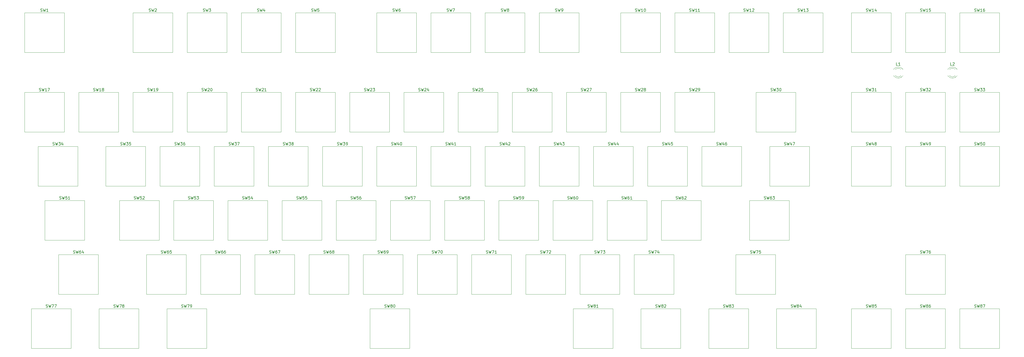
<source format=gto>
G04 #@! TF.GenerationSoftware,KiCad,Pcbnew,(5.1.4)-1*
G04 #@! TF.CreationDate,2019-11-16T22:40:45+09:00*
G04 #@! TF.ProjectId,yurei,79757265-692e-46b6-9963-61645f706362,1.0*
G04 #@! TF.SameCoordinates,Original*
G04 #@! TF.FileFunction,Legend,Top*
G04 #@! TF.FilePolarity,Positive*
%FSLAX46Y46*%
G04 Gerber Fmt 4.6, Leading zero omitted, Abs format (unit mm)*
G04 Created by KiCad (PCBNEW (5.1.4)-1) date 2019-11-16 22:40:45*
%MOMM*%
%LPD*%
G04 APERTURE LIST*
%ADD10C,0.120000*%
%ADD11C,0.150000*%
G04 APERTURE END LIST*
D10*
X367224000Y-193113000D02*
X367224000Y-179143000D01*
X381194000Y-193113000D02*
X367224000Y-193113000D01*
X381194000Y-179143000D02*
X381194000Y-193113000D01*
X367224000Y-179143000D02*
X381194000Y-179143000D01*
X348174000Y-193113000D02*
X348174000Y-179143000D01*
X362144000Y-193113000D02*
X348174000Y-193113000D01*
X362144000Y-179143000D02*
X362144000Y-193113000D01*
X348174000Y-179143000D02*
X362144000Y-179143000D01*
X329124000Y-193113000D02*
X329124000Y-179143000D01*
X343094000Y-193113000D02*
X329124000Y-193113000D01*
X343094000Y-179143000D02*
X343094000Y-193113000D01*
X329124000Y-179143000D02*
X343094000Y-179143000D01*
X302740000Y-193113000D02*
X302740000Y-179143000D01*
X316710000Y-193113000D02*
X302740000Y-193113000D01*
X316710000Y-179143000D02*
X316710000Y-193113000D01*
X302740000Y-179143000D02*
X316710000Y-179143000D01*
X278927000Y-193113000D02*
X278927000Y-179143000D01*
X292897000Y-193113000D02*
X278927000Y-193113000D01*
X292897000Y-179143000D02*
X292897000Y-193113000D01*
X278927000Y-179143000D02*
X292897000Y-179143000D01*
X255115000Y-193113000D02*
X255115000Y-179143000D01*
X269085000Y-193113000D02*
X255115000Y-193113000D01*
X269085000Y-179143000D02*
X269085000Y-193113000D01*
X255115000Y-179143000D02*
X269085000Y-179143000D01*
X231302000Y-193113000D02*
X231302000Y-179143000D01*
X245272000Y-193113000D02*
X231302000Y-193113000D01*
X245272000Y-179143000D02*
X245272000Y-193113000D01*
X231302000Y-179143000D02*
X245272000Y-179143000D01*
X159865000Y-193113000D02*
X159865000Y-179143000D01*
X173835000Y-193113000D02*
X159865000Y-193113000D01*
X173835000Y-179143000D02*
X173835000Y-193113000D01*
X159865000Y-179143000D02*
X173835000Y-179143000D01*
X88427200Y-193113000D02*
X88427200Y-179143000D01*
X102397200Y-193113000D02*
X88427200Y-193113000D01*
X102397200Y-179143000D02*
X102397200Y-193113000D01*
X88427200Y-179143000D02*
X102397200Y-179143000D01*
X64614800Y-193113000D02*
X64614800Y-179143000D01*
X78584800Y-193113000D02*
X64614800Y-193113000D01*
X78584800Y-179143000D02*
X78584800Y-193113000D01*
X64614800Y-179143000D02*
X78584800Y-179143000D01*
X40802200Y-193113000D02*
X40802200Y-179143000D01*
X54772200Y-193113000D02*
X40802200Y-193113000D01*
X54772200Y-179143000D02*
X54772200Y-193113000D01*
X40802200Y-179143000D02*
X54772200Y-179143000D01*
X348174000Y-174063000D02*
X348174000Y-160093000D01*
X362144000Y-174063000D02*
X348174000Y-174063000D01*
X362144000Y-160093000D02*
X362144000Y-174063000D01*
X348174000Y-160093000D02*
X362144000Y-160093000D01*
X288453000Y-174063000D02*
X288453000Y-160093000D01*
X302423000Y-174063000D02*
X288453000Y-174063000D01*
X302423000Y-160093000D02*
X302423000Y-174063000D01*
X288453000Y-160093000D02*
X302423000Y-160093000D01*
X252734000Y-174063000D02*
X252734000Y-160093000D01*
X266704000Y-174063000D02*
X252734000Y-174063000D01*
X266704000Y-160093000D02*
X266704000Y-174063000D01*
X252734000Y-160093000D02*
X266704000Y-160093000D01*
X233684000Y-174063000D02*
X233684000Y-160093000D01*
X247654000Y-174063000D02*
X233684000Y-174063000D01*
X247654000Y-160093000D02*
X247654000Y-174063000D01*
X233684000Y-160093000D02*
X247654000Y-160093000D01*
X214634000Y-174063000D02*
X214634000Y-160093000D01*
X228604000Y-174063000D02*
X214634000Y-174063000D01*
X228604000Y-160093000D02*
X228604000Y-174063000D01*
X214634000Y-160093000D02*
X228604000Y-160093000D01*
X195584000Y-174063000D02*
X195584000Y-160093000D01*
X209554000Y-174063000D02*
X195584000Y-174063000D01*
X209554000Y-160093000D02*
X209554000Y-174063000D01*
X195584000Y-160093000D02*
X209554000Y-160093000D01*
X176534000Y-174063000D02*
X176534000Y-160093000D01*
X190504000Y-174063000D02*
X176534000Y-174063000D01*
X190504000Y-160093000D02*
X190504000Y-174063000D01*
X176534000Y-160093000D02*
X190504000Y-160093000D01*
X157484000Y-174063000D02*
X157484000Y-160093000D01*
X171454000Y-174063000D02*
X157484000Y-174063000D01*
X171454000Y-160093000D02*
X171454000Y-174063000D01*
X157484000Y-160093000D02*
X171454000Y-160093000D01*
X138434000Y-174063000D02*
X138434000Y-160093000D01*
X152404000Y-174063000D02*
X138434000Y-174063000D01*
X152404000Y-160093000D02*
X152404000Y-174063000D01*
X138434000Y-160093000D02*
X152404000Y-160093000D01*
X119384000Y-174063000D02*
X119384000Y-160093000D01*
X133354000Y-174063000D02*
X119384000Y-174063000D01*
X133354000Y-160093000D02*
X133354000Y-174063000D01*
X119384000Y-160093000D02*
X133354000Y-160093000D01*
X100334000Y-174063000D02*
X100334000Y-160093000D01*
X114304000Y-174063000D02*
X100334000Y-174063000D01*
X114304000Y-160093000D02*
X114304000Y-174063000D01*
X100334000Y-160093000D02*
X114304000Y-160093000D01*
X81283800Y-174063000D02*
X81283800Y-160093000D01*
X95253800Y-174063000D02*
X81283800Y-174063000D01*
X95253800Y-160093000D02*
X95253800Y-174063000D01*
X81283800Y-160093000D02*
X95253800Y-160093000D01*
X50401800Y-174063000D02*
X50401800Y-160093000D01*
X64371800Y-174063000D02*
X50401800Y-174063000D01*
X64371800Y-160093000D02*
X64371800Y-174063000D01*
X50401800Y-160093000D02*
X64371800Y-160093000D01*
X293289000Y-155013000D02*
X293289000Y-141043000D01*
X307259000Y-155013000D02*
X293289000Y-155013000D01*
X307259000Y-141043000D02*
X307259000Y-155013000D01*
X293289000Y-141043000D02*
X307259000Y-141043000D01*
X262259000Y-155013000D02*
X262259000Y-141043000D01*
X276229000Y-155013000D02*
X262259000Y-155013000D01*
X276229000Y-141043000D02*
X276229000Y-155013000D01*
X262259000Y-141043000D02*
X276229000Y-141043000D01*
X243209000Y-155013000D02*
X243209000Y-141043000D01*
X257179000Y-155013000D02*
X243209000Y-155013000D01*
X257179000Y-141043000D02*
X257179000Y-155013000D01*
X243209000Y-141043000D02*
X257179000Y-141043000D01*
X224159000Y-155013000D02*
X224159000Y-141043000D01*
X238129000Y-155013000D02*
X224159000Y-155013000D01*
X238129000Y-141043000D02*
X238129000Y-155013000D01*
X224159000Y-141043000D02*
X238129000Y-141043000D01*
X205109000Y-155013000D02*
X205109000Y-141043000D01*
X219079000Y-155013000D02*
X205109000Y-155013000D01*
X219079000Y-141043000D02*
X219079000Y-155013000D01*
X205109000Y-141043000D02*
X219079000Y-141043000D01*
X186059000Y-155013000D02*
X186059000Y-141043000D01*
X200029000Y-155013000D02*
X186059000Y-155013000D01*
X200029000Y-141043000D02*
X200029000Y-155013000D01*
X186059000Y-141043000D02*
X200029000Y-141043000D01*
X167009000Y-155013000D02*
X167009000Y-141043000D01*
X180979000Y-155013000D02*
X167009000Y-155013000D01*
X180979000Y-141043000D02*
X180979000Y-155013000D01*
X167009000Y-141043000D02*
X180979000Y-141043000D01*
X147959000Y-155013000D02*
X147959000Y-141043000D01*
X161929000Y-155013000D02*
X147959000Y-155013000D01*
X161929000Y-141043000D02*
X161929000Y-155013000D01*
X147959000Y-141043000D02*
X161929000Y-141043000D01*
X128909000Y-155013000D02*
X128909000Y-141043000D01*
X142879000Y-155013000D02*
X128909000Y-155013000D01*
X142879000Y-141043000D02*
X142879000Y-155013000D01*
X128909000Y-141043000D02*
X142879000Y-141043000D01*
X109859000Y-155013000D02*
X109859000Y-141043000D01*
X123829000Y-155013000D02*
X109859000Y-155013000D01*
X123829000Y-141043000D02*
X123829000Y-155013000D01*
X109859000Y-141043000D02*
X123829000Y-141043000D01*
X90809000Y-155013000D02*
X90809000Y-141043000D01*
X104779000Y-155013000D02*
X90809000Y-155013000D01*
X104779000Y-141043000D02*
X104779000Y-155013000D01*
X90809000Y-141043000D02*
X104779000Y-141043000D01*
X71758800Y-155013000D02*
X71758800Y-141043000D01*
X85728800Y-155013000D02*
X71758800Y-155013000D01*
X85728800Y-141043000D02*
X85728800Y-155013000D01*
X71758800Y-141043000D02*
X85728800Y-141043000D01*
X45565200Y-155013000D02*
X45565200Y-141043000D01*
X59535200Y-155013000D02*
X45565200Y-155013000D01*
X59535200Y-141043000D02*
X59535200Y-155013000D01*
X45565200Y-141043000D02*
X59535200Y-141043000D01*
X367224000Y-135963000D02*
X367224000Y-121993000D01*
X381194000Y-135963000D02*
X367224000Y-135963000D01*
X381194000Y-121993000D02*
X381194000Y-135963000D01*
X367224000Y-121993000D02*
X381194000Y-121993000D01*
X348174000Y-135963000D02*
X348174000Y-121993000D01*
X362144000Y-135963000D02*
X348174000Y-135963000D01*
X362144000Y-121993000D02*
X362144000Y-135963000D01*
X348174000Y-121993000D02*
X362144000Y-121993000D01*
X329124000Y-135963000D02*
X329124000Y-121993000D01*
X343094000Y-135963000D02*
X329124000Y-135963000D01*
X343094000Y-121993000D02*
X343094000Y-135963000D01*
X329124000Y-121993000D02*
X343094000Y-121993000D01*
X300359000Y-135963000D02*
X300359000Y-121993000D01*
X314329000Y-135963000D02*
X300359000Y-135963000D01*
X314329000Y-121993000D02*
X314329000Y-135963000D01*
X300359000Y-121993000D02*
X314329000Y-121993000D01*
X276546000Y-135963000D02*
X276546000Y-121993000D01*
X290516000Y-135963000D02*
X276546000Y-135963000D01*
X290516000Y-121993000D02*
X290516000Y-135963000D01*
X276546000Y-121993000D02*
X290516000Y-121993000D01*
X257496000Y-135963000D02*
X257496000Y-121993000D01*
X271466000Y-135963000D02*
X257496000Y-135963000D01*
X271466000Y-121993000D02*
X271466000Y-135963000D01*
X257496000Y-121993000D02*
X271466000Y-121993000D01*
X238446000Y-135963000D02*
X238446000Y-121993000D01*
X252416000Y-135963000D02*
X238446000Y-135963000D01*
X252416000Y-121993000D02*
X252416000Y-135963000D01*
X238446000Y-121993000D02*
X252416000Y-121993000D01*
X219396000Y-135963000D02*
X219396000Y-121993000D01*
X233366000Y-135963000D02*
X219396000Y-135963000D01*
X233366000Y-121993000D02*
X233366000Y-135963000D01*
X219396000Y-121993000D02*
X233366000Y-121993000D01*
X200346000Y-135963000D02*
X200346000Y-121993000D01*
X214316000Y-135963000D02*
X200346000Y-135963000D01*
X214316000Y-121993000D02*
X214316000Y-135963000D01*
X200346000Y-121993000D02*
X214316000Y-121993000D01*
X181296000Y-135963000D02*
X181296000Y-121993000D01*
X195266000Y-135963000D02*
X181296000Y-135963000D01*
X195266000Y-121993000D02*
X195266000Y-135963000D01*
X181296000Y-121993000D02*
X195266000Y-121993000D01*
X162246000Y-135963000D02*
X162246000Y-121993000D01*
X176216000Y-135963000D02*
X162246000Y-135963000D01*
X176216000Y-121993000D02*
X176216000Y-135963000D01*
X162246000Y-121993000D02*
X176216000Y-121993000D01*
X143196000Y-135963000D02*
X143196000Y-121993000D01*
X157166000Y-135963000D02*
X143196000Y-135963000D01*
X157166000Y-121993000D02*
X157166000Y-135963000D01*
X143196000Y-121993000D02*
X157166000Y-121993000D01*
X124146000Y-135963000D02*
X124146000Y-121993000D01*
X138116000Y-135963000D02*
X124146000Y-135963000D01*
X138116000Y-121993000D02*
X138116000Y-135963000D01*
X124146000Y-121993000D02*
X138116000Y-121993000D01*
X105096000Y-135963000D02*
X105096000Y-121993000D01*
X119066000Y-135963000D02*
X105096000Y-135963000D01*
X119066000Y-121993000D02*
X119066000Y-135963000D01*
X105096000Y-121993000D02*
X119066000Y-121993000D01*
X86046200Y-135963000D02*
X86046200Y-121993000D01*
X100016200Y-135963000D02*
X86046200Y-135963000D01*
X100016200Y-121993000D02*
X100016200Y-135963000D01*
X86046200Y-121993000D02*
X100016200Y-121993000D01*
X66996200Y-135963000D02*
X66996200Y-121993000D01*
X80966200Y-135963000D02*
X66996200Y-135963000D01*
X80966200Y-121993000D02*
X80966200Y-135963000D01*
X66996200Y-121993000D02*
X80966200Y-121993000D01*
X43184200Y-135963000D02*
X43184200Y-121993000D01*
X57154200Y-135963000D02*
X43184200Y-135963000D01*
X57154200Y-121993000D02*
X57154200Y-135963000D01*
X43184200Y-121993000D02*
X57154200Y-121993000D01*
X367224000Y-116913000D02*
X367224000Y-102943000D01*
X381194000Y-116913000D02*
X367224000Y-116913000D01*
X381194000Y-102943000D02*
X381194000Y-116913000D01*
X367224000Y-102943000D02*
X381194000Y-102943000D01*
X348174000Y-116913000D02*
X348174000Y-102943000D01*
X362144000Y-116913000D02*
X348174000Y-116913000D01*
X362144000Y-102943000D02*
X362144000Y-116913000D01*
X348174000Y-102943000D02*
X362144000Y-102943000D01*
X329124000Y-116913000D02*
X329124000Y-102943000D01*
X343094000Y-116913000D02*
X329124000Y-116913000D01*
X343094000Y-102943000D02*
X343094000Y-116913000D01*
X329124000Y-102943000D02*
X343094000Y-102943000D01*
X295596000Y-116913000D02*
X295596000Y-102943000D01*
X309566000Y-116913000D02*
X295596000Y-116913000D01*
X309566000Y-102943000D02*
X309566000Y-116913000D01*
X295596000Y-102943000D02*
X309566000Y-102943000D01*
X267021000Y-116913000D02*
X267021000Y-102943000D01*
X280991000Y-116913000D02*
X267021000Y-116913000D01*
X280991000Y-102943000D02*
X280991000Y-116913000D01*
X267021000Y-102943000D02*
X280991000Y-102943000D01*
X247971000Y-116913000D02*
X247971000Y-102943000D01*
X261941000Y-116913000D02*
X247971000Y-116913000D01*
X261941000Y-102943000D02*
X261941000Y-116913000D01*
X247971000Y-102943000D02*
X261941000Y-102943000D01*
X228921000Y-116913000D02*
X228921000Y-102943000D01*
X242891000Y-116913000D02*
X228921000Y-116913000D01*
X242891000Y-102943000D02*
X242891000Y-116913000D01*
X228921000Y-102943000D02*
X242891000Y-102943000D01*
X209871000Y-116913000D02*
X209871000Y-102943000D01*
X223841000Y-116913000D02*
X209871000Y-116913000D01*
X223841000Y-102943000D02*
X223841000Y-116913000D01*
X209871000Y-102943000D02*
X223841000Y-102943000D01*
X190821000Y-116913000D02*
X190821000Y-102943000D01*
X204791000Y-116913000D02*
X190821000Y-116913000D01*
X204791000Y-102943000D02*
X204791000Y-116913000D01*
X190821000Y-102943000D02*
X204791000Y-102943000D01*
X171771000Y-116913000D02*
X171771000Y-102943000D01*
X185741000Y-116913000D02*
X171771000Y-116913000D01*
X185741000Y-102943000D02*
X185741000Y-116913000D01*
X171771000Y-102943000D02*
X185741000Y-102943000D01*
X152721000Y-116913000D02*
X152721000Y-102943000D01*
X166691000Y-116913000D02*
X152721000Y-116913000D01*
X166691000Y-102943000D02*
X166691000Y-116913000D01*
X152721000Y-102943000D02*
X166691000Y-102943000D01*
X133671000Y-116913000D02*
X133671000Y-102943000D01*
X147641000Y-116913000D02*
X133671000Y-116913000D01*
X147641000Y-102943000D02*
X147641000Y-116913000D01*
X133671000Y-102943000D02*
X147641000Y-102943000D01*
X114621000Y-116913000D02*
X114621000Y-102943000D01*
X128591000Y-116913000D02*
X114621000Y-116913000D01*
X128591000Y-102943000D02*
X128591000Y-116913000D01*
X114621000Y-102943000D02*
X128591000Y-102943000D01*
X95571000Y-116913000D02*
X95571000Y-102943000D01*
X109541000Y-116913000D02*
X95571000Y-116913000D01*
X109541000Y-102943000D02*
X109541000Y-116913000D01*
X95571000Y-102943000D02*
X109541000Y-102943000D01*
X76521200Y-116913000D02*
X76521200Y-102943000D01*
X90491200Y-116913000D02*
X76521200Y-116913000D01*
X90491200Y-102943000D02*
X90491200Y-116913000D01*
X76521200Y-102943000D02*
X90491200Y-102943000D01*
X57471200Y-116913000D02*
X57471200Y-102943000D01*
X71441200Y-116913000D02*
X57471200Y-116913000D01*
X71441200Y-102943000D02*
X71441200Y-116913000D01*
X57471200Y-102943000D02*
X71441200Y-102943000D01*
X38421200Y-116913000D02*
X38421200Y-102943000D01*
X52391200Y-116913000D02*
X38421200Y-116913000D01*
X52391200Y-102943000D02*
X52391200Y-116913000D01*
X38421200Y-102943000D02*
X52391200Y-102943000D01*
X367224000Y-88910000D02*
X367224000Y-74940000D01*
X381194000Y-88910000D02*
X367224000Y-88910000D01*
X381194000Y-74940000D02*
X381194000Y-88910000D01*
X367224000Y-74940000D02*
X381194000Y-74940000D01*
X348174000Y-88910000D02*
X348174000Y-74940000D01*
X362144000Y-88910000D02*
X348174000Y-88910000D01*
X362144000Y-74940000D02*
X362144000Y-88910000D01*
X348174000Y-74940000D02*
X362144000Y-74940000D01*
X329124000Y-88910000D02*
X329124000Y-74940000D01*
X343094000Y-88910000D02*
X329124000Y-88910000D01*
X343094000Y-74940000D02*
X343094000Y-88910000D01*
X329124000Y-74940000D02*
X343094000Y-74940000D01*
X305121000Y-88910000D02*
X305121000Y-74940000D01*
X319091000Y-88910000D02*
X305121000Y-88910000D01*
X319091000Y-74940000D02*
X319091000Y-88910000D01*
X305121000Y-74940000D02*
X319091000Y-74940000D01*
X286071000Y-88910000D02*
X286071000Y-74940000D01*
X300041000Y-88910000D02*
X286071000Y-88910000D01*
X300041000Y-74940000D02*
X300041000Y-88910000D01*
X286071000Y-74940000D02*
X300041000Y-74940000D01*
X267021000Y-88910000D02*
X267021000Y-74940000D01*
X280991000Y-88910000D02*
X267021000Y-88910000D01*
X280991000Y-74940000D02*
X280991000Y-88910000D01*
X267021000Y-74940000D02*
X280991000Y-74940000D01*
X247971000Y-88910000D02*
X247971000Y-74940000D01*
X261941000Y-88910000D02*
X247971000Y-88910000D01*
X261941000Y-74940000D02*
X261941000Y-88910000D01*
X247971000Y-74940000D02*
X261941000Y-74940000D01*
X219396000Y-88910000D02*
X219396000Y-74940000D01*
X233366000Y-88910000D02*
X219396000Y-88910000D01*
X233366000Y-74940000D02*
X233366000Y-88910000D01*
X219396000Y-74940000D02*
X233366000Y-74940000D01*
X200346000Y-88910000D02*
X200346000Y-74940000D01*
X214316000Y-88910000D02*
X200346000Y-88910000D01*
X214316000Y-74940000D02*
X214316000Y-88910000D01*
X200346000Y-74940000D02*
X214316000Y-74940000D01*
X181296000Y-88910000D02*
X181296000Y-74940000D01*
X195266000Y-88910000D02*
X181296000Y-88910000D01*
X195266000Y-74940000D02*
X195266000Y-88910000D01*
X181296000Y-74940000D02*
X195266000Y-74940000D01*
X162246000Y-88910000D02*
X162246000Y-74940000D01*
X176216000Y-88910000D02*
X162246000Y-88910000D01*
X176216000Y-74940000D02*
X176216000Y-88910000D01*
X162246000Y-74940000D02*
X176216000Y-74940000D01*
X133671000Y-88910000D02*
X133671000Y-74940000D01*
X147641000Y-88910000D02*
X133671000Y-88910000D01*
X147641000Y-74940000D02*
X147641000Y-88910000D01*
X133671000Y-74940000D02*
X147641000Y-74940000D01*
X114621000Y-88910000D02*
X114621000Y-74940000D01*
X128591000Y-88910000D02*
X114621000Y-88910000D01*
X128591000Y-74940000D02*
X128591000Y-88910000D01*
X114621000Y-74940000D02*
X128591000Y-74940000D01*
X95571000Y-88910000D02*
X95571000Y-74940000D01*
X109541000Y-88910000D02*
X95571000Y-88910000D01*
X109541000Y-74940000D02*
X109541000Y-88910000D01*
X95571000Y-74940000D02*
X109541000Y-74940000D01*
X76521200Y-88910000D02*
X76521200Y-74940000D01*
X90491200Y-88910000D02*
X76521200Y-88910000D01*
X90491200Y-74940000D02*
X90491200Y-88910000D01*
X76521200Y-74940000D02*
X90491200Y-74940000D01*
X38421200Y-88910000D02*
X38421200Y-74940000D01*
X52391200Y-88910000D02*
X38421200Y-88910000D01*
X52391200Y-74940000D02*
X52391200Y-88910000D01*
X38421200Y-74940000D02*
X52391200Y-74940000D01*
X363069000Y-97055000D02*
X363069000Y-97211000D01*
X363069000Y-94739000D02*
X363069000Y-94895000D01*
X365670130Y-97054837D02*
G75*
G02X363588039Y-97055000I-1041130J1079837D01*
G01*
X365670130Y-94895163D02*
G75*
G03X363588039Y-94895000I-1041130J-1079837D01*
G01*
X366301335Y-97053608D02*
G75*
G02X363069000Y-97210516I-1672335J1078608D01*
G01*
X366301335Y-94896392D02*
G75*
G03X363069000Y-94739484I-1672335J-1078608D01*
G01*
X344019000Y-97055000D02*
X344019000Y-97211000D01*
X344019000Y-94739000D02*
X344019000Y-94895000D01*
X346620130Y-97054837D02*
G75*
G02X344538039Y-97055000I-1041130J1079837D01*
G01*
X346620130Y-94895163D02*
G75*
G03X344538039Y-94895000I-1041130J-1079837D01*
G01*
X347251335Y-97053608D02*
G75*
G02X344019000Y-97210516I-1672335J1078608D01*
G01*
X347251335Y-94896392D02*
G75*
G03X344019000Y-94739484I-1672335J-1078608D01*
G01*
D11*
X372399476Y-178658761D02*
X372542333Y-178706380D01*
X372780428Y-178706380D01*
X372875666Y-178658761D01*
X372923285Y-178611142D01*
X372970904Y-178515904D01*
X372970904Y-178420666D01*
X372923285Y-178325428D01*
X372875666Y-178277809D01*
X372780428Y-178230190D01*
X372589952Y-178182571D01*
X372494714Y-178134952D01*
X372447095Y-178087333D01*
X372399476Y-177992095D01*
X372399476Y-177896857D01*
X372447095Y-177801619D01*
X372494714Y-177754000D01*
X372589952Y-177706380D01*
X372828047Y-177706380D01*
X372970904Y-177754000D01*
X373304238Y-177706380D02*
X373542333Y-178706380D01*
X373732809Y-177992095D01*
X373923285Y-178706380D01*
X374161380Y-177706380D01*
X374685190Y-178134952D02*
X374589952Y-178087333D01*
X374542333Y-178039714D01*
X374494714Y-177944476D01*
X374494714Y-177896857D01*
X374542333Y-177801619D01*
X374589952Y-177754000D01*
X374685190Y-177706380D01*
X374875666Y-177706380D01*
X374970904Y-177754000D01*
X375018523Y-177801619D01*
X375066142Y-177896857D01*
X375066142Y-177944476D01*
X375018523Y-178039714D01*
X374970904Y-178087333D01*
X374875666Y-178134952D01*
X374685190Y-178134952D01*
X374589952Y-178182571D01*
X374542333Y-178230190D01*
X374494714Y-178325428D01*
X374494714Y-178515904D01*
X374542333Y-178611142D01*
X374589952Y-178658761D01*
X374685190Y-178706380D01*
X374875666Y-178706380D01*
X374970904Y-178658761D01*
X375018523Y-178611142D01*
X375066142Y-178515904D01*
X375066142Y-178325428D01*
X375018523Y-178230190D01*
X374970904Y-178182571D01*
X374875666Y-178134952D01*
X375399476Y-177706380D02*
X376066142Y-177706380D01*
X375637571Y-178706380D01*
X353349476Y-178658761D02*
X353492333Y-178706380D01*
X353730428Y-178706380D01*
X353825666Y-178658761D01*
X353873285Y-178611142D01*
X353920904Y-178515904D01*
X353920904Y-178420666D01*
X353873285Y-178325428D01*
X353825666Y-178277809D01*
X353730428Y-178230190D01*
X353539952Y-178182571D01*
X353444714Y-178134952D01*
X353397095Y-178087333D01*
X353349476Y-177992095D01*
X353349476Y-177896857D01*
X353397095Y-177801619D01*
X353444714Y-177754000D01*
X353539952Y-177706380D01*
X353778047Y-177706380D01*
X353920904Y-177754000D01*
X354254238Y-177706380D02*
X354492333Y-178706380D01*
X354682809Y-177992095D01*
X354873285Y-178706380D01*
X355111380Y-177706380D01*
X355635190Y-178134952D02*
X355539952Y-178087333D01*
X355492333Y-178039714D01*
X355444714Y-177944476D01*
X355444714Y-177896857D01*
X355492333Y-177801619D01*
X355539952Y-177754000D01*
X355635190Y-177706380D01*
X355825666Y-177706380D01*
X355920904Y-177754000D01*
X355968523Y-177801619D01*
X356016142Y-177896857D01*
X356016142Y-177944476D01*
X355968523Y-178039714D01*
X355920904Y-178087333D01*
X355825666Y-178134952D01*
X355635190Y-178134952D01*
X355539952Y-178182571D01*
X355492333Y-178230190D01*
X355444714Y-178325428D01*
X355444714Y-178515904D01*
X355492333Y-178611142D01*
X355539952Y-178658761D01*
X355635190Y-178706380D01*
X355825666Y-178706380D01*
X355920904Y-178658761D01*
X355968523Y-178611142D01*
X356016142Y-178515904D01*
X356016142Y-178325428D01*
X355968523Y-178230190D01*
X355920904Y-178182571D01*
X355825666Y-178134952D01*
X356873285Y-177706380D02*
X356682809Y-177706380D01*
X356587571Y-177754000D01*
X356539952Y-177801619D01*
X356444714Y-177944476D01*
X356397095Y-178134952D01*
X356397095Y-178515904D01*
X356444714Y-178611142D01*
X356492333Y-178658761D01*
X356587571Y-178706380D01*
X356778047Y-178706380D01*
X356873285Y-178658761D01*
X356920904Y-178611142D01*
X356968523Y-178515904D01*
X356968523Y-178277809D01*
X356920904Y-178182571D01*
X356873285Y-178134952D01*
X356778047Y-178087333D01*
X356587571Y-178087333D01*
X356492333Y-178134952D01*
X356444714Y-178182571D01*
X356397095Y-178277809D01*
X334299476Y-178658761D02*
X334442333Y-178706380D01*
X334680428Y-178706380D01*
X334775666Y-178658761D01*
X334823285Y-178611142D01*
X334870904Y-178515904D01*
X334870904Y-178420666D01*
X334823285Y-178325428D01*
X334775666Y-178277809D01*
X334680428Y-178230190D01*
X334489952Y-178182571D01*
X334394714Y-178134952D01*
X334347095Y-178087333D01*
X334299476Y-177992095D01*
X334299476Y-177896857D01*
X334347095Y-177801619D01*
X334394714Y-177754000D01*
X334489952Y-177706380D01*
X334728047Y-177706380D01*
X334870904Y-177754000D01*
X335204238Y-177706380D02*
X335442333Y-178706380D01*
X335632809Y-177992095D01*
X335823285Y-178706380D01*
X336061380Y-177706380D01*
X336585190Y-178134952D02*
X336489952Y-178087333D01*
X336442333Y-178039714D01*
X336394714Y-177944476D01*
X336394714Y-177896857D01*
X336442333Y-177801619D01*
X336489952Y-177754000D01*
X336585190Y-177706380D01*
X336775666Y-177706380D01*
X336870904Y-177754000D01*
X336918523Y-177801619D01*
X336966142Y-177896857D01*
X336966142Y-177944476D01*
X336918523Y-178039714D01*
X336870904Y-178087333D01*
X336775666Y-178134952D01*
X336585190Y-178134952D01*
X336489952Y-178182571D01*
X336442333Y-178230190D01*
X336394714Y-178325428D01*
X336394714Y-178515904D01*
X336442333Y-178611142D01*
X336489952Y-178658761D01*
X336585190Y-178706380D01*
X336775666Y-178706380D01*
X336870904Y-178658761D01*
X336918523Y-178611142D01*
X336966142Y-178515904D01*
X336966142Y-178325428D01*
X336918523Y-178230190D01*
X336870904Y-178182571D01*
X336775666Y-178134952D01*
X337870904Y-177706380D02*
X337394714Y-177706380D01*
X337347095Y-178182571D01*
X337394714Y-178134952D01*
X337489952Y-178087333D01*
X337728047Y-178087333D01*
X337823285Y-178134952D01*
X337870904Y-178182571D01*
X337918523Y-178277809D01*
X337918523Y-178515904D01*
X337870904Y-178611142D01*
X337823285Y-178658761D01*
X337728047Y-178706380D01*
X337489952Y-178706380D01*
X337394714Y-178658761D01*
X337347095Y-178611142D01*
X307915476Y-178658761D02*
X308058333Y-178706380D01*
X308296428Y-178706380D01*
X308391666Y-178658761D01*
X308439285Y-178611142D01*
X308486904Y-178515904D01*
X308486904Y-178420666D01*
X308439285Y-178325428D01*
X308391666Y-178277809D01*
X308296428Y-178230190D01*
X308105952Y-178182571D01*
X308010714Y-178134952D01*
X307963095Y-178087333D01*
X307915476Y-177992095D01*
X307915476Y-177896857D01*
X307963095Y-177801619D01*
X308010714Y-177754000D01*
X308105952Y-177706380D01*
X308344047Y-177706380D01*
X308486904Y-177754000D01*
X308820238Y-177706380D02*
X309058333Y-178706380D01*
X309248809Y-177992095D01*
X309439285Y-178706380D01*
X309677380Y-177706380D01*
X310201190Y-178134952D02*
X310105952Y-178087333D01*
X310058333Y-178039714D01*
X310010714Y-177944476D01*
X310010714Y-177896857D01*
X310058333Y-177801619D01*
X310105952Y-177754000D01*
X310201190Y-177706380D01*
X310391666Y-177706380D01*
X310486904Y-177754000D01*
X310534523Y-177801619D01*
X310582142Y-177896857D01*
X310582142Y-177944476D01*
X310534523Y-178039714D01*
X310486904Y-178087333D01*
X310391666Y-178134952D01*
X310201190Y-178134952D01*
X310105952Y-178182571D01*
X310058333Y-178230190D01*
X310010714Y-178325428D01*
X310010714Y-178515904D01*
X310058333Y-178611142D01*
X310105952Y-178658761D01*
X310201190Y-178706380D01*
X310391666Y-178706380D01*
X310486904Y-178658761D01*
X310534523Y-178611142D01*
X310582142Y-178515904D01*
X310582142Y-178325428D01*
X310534523Y-178230190D01*
X310486904Y-178182571D01*
X310391666Y-178134952D01*
X311439285Y-178039714D02*
X311439285Y-178706380D01*
X311201190Y-177658761D02*
X310963095Y-178373047D01*
X311582142Y-178373047D01*
X284102476Y-178658761D02*
X284245333Y-178706380D01*
X284483428Y-178706380D01*
X284578666Y-178658761D01*
X284626285Y-178611142D01*
X284673904Y-178515904D01*
X284673904Y-178420666D01*
X284626285Y-178325428D01*
X284578666Y-178277809D01*
X284483428Y-178230190D01*
X284292952Y-178182571D01*
X284197714Y-178134952D01*
X284150095Y-178087333D01*
X284102476Y-177992095D01*
X284102476Y-177896857D01*
X284150095Y-177801619D01*
X284197714Y-177754000D01*
X284292952Y-177706380D01*
X284531047Y-177706380D01*
X284673904Y-177754000D01*
X285007238Y-177706380D02*
X285245333Y-178706380D01*
X285435809Y-177992095D01*
X285626285Y-178706380D01*
X285864380Y-177706380D01*
X286388190Y-178134952D02*
X286292952Y-178087333D01*
X286245333Y-178039714D01*
X286197714Y-177944476D01*
X286197714Y-177896857D01*
X286245333Y-177801619D01*
X286292952Y-177754000D01*
X286388190Y-177706380D01*
X286578666Y-177706380D01*
X286673904Y-177754000D01*
X286721523Y-177801619D01*
X286769142Y-177896857D01*
X286769142Y-177944476D01*
X286721523Y-178039714D01*
X286673904Y-178087333D01*
X286578666Y-178134952D01*
X286388190Y-178134952D01*
X286292952Y-178182571D01*
X286245333Y-178230190D01*
X286197714Y-178325428D01*
X286197714Y-178515904D01*
X286245333Y-178611142D01*
X286292952Y-178658761D01*
X286388190Y-178706380D01*
X286578666Y-178706380D01*
X286673904Y-178658761D01*
X286721523Y-178611142D01*
X286769142Y-178515904D01*
X286769142Y-178325428D01*
X286721523Y-178230190D01*
X286673904Y-178182571D01*
X286578666Y-178134952D01*
X287102476Y-177706380D02*
X287721523Y-177706380D01*
X287388190Y-178087333D01*
X287531047Y-178087333D01*
X287626285Y-178134952D01*
X287673904Y-178182571D01*
X287721523Y-178277809D01*
X287721523Y-178515904D01*
X287673904Y-178611142D01*
X287626285Y-178658761D01*
X287531047Y-178706380D01*
X287245333Y-178706380D01*
X287150095Y-178658761D01*
X287102476Y-178611142D01*
X260290476Y-178658761D02*
X260433333Y-178706380D01*
X260671428Y-178706380D01*
X260766666Y-178658761D01*
X260814285Y-178611142D01*
X260861904Y-178515904D01*
X260861904Y-178420666D01*
X260814285Y-178325428D01*
X260766666Y-178277809D01*
X260671428Y-178230190D01*
X260480952Y-178182571D01*
X260385714Y-178134952D01*
X260338095Y-178087333D01*
X260290476Y-177992095D01*
X260290476Y-177896857D01*
X260338095Y-177801619D01*
X260385714Y-177754000D01*
X260480952Y-177706380D01*
X260719047Y-177706380D01*
X260861904Y-177754000D01*
X261195238Y-177706380D02*
X261433333Y-178706380D01*
X261623809Y-177992095D01*
X261814285Y-178706380D01*
X262052380Y-177706380D01*
X262576190Y-178134952D02*
X262480952Y-178087333D01*
X262433333Y-178039714D01*
X262385714Y-177944476D01*
X262385714Y-177896857D01*
X262433333Y-177801619D01*
X262480952Y-177754000D01*
X262576190Y-177706380D01*
X262766666Y-177706380D01*
X262861904Y-177754000D01*
X262909523Y-177801619D01*
X262957142Y-177896857D01*
X262957142Y-177944476D01*
X262909523Y-178039714D01*
X262861904Y-178087333D01*
X262766666Y-178134952D01*
X262576190Y-178134952D01*
X262480952Y-178182571D01*
X262433333Y-178230190D01*
X262385714Y-178325428D01*
X262385714Y-178515904D01*
X262433333Y-178611142D01*
X262480952Y-178658761D01*
X262576190Y-178706380D01*
X262766666Y-178706380D01*
X262861904Y-178658761D01*
X262909523Y-178611142D01*
X262957142Y-178515904D01*
X262957142Y-178325428D01*
X262909523Y-178230190D01*
X262861904Y-178182571D01*
X262766666Y-178134952D01*
X263338095Y-177801619D02*
X263385714Y-177754000D01*
X263480952Y-177706380D01*
X263719047Y-177706380D01*
X263814285Y-177754000D01*
X263861904Y-177801619D01*
X263909523Y-177896857D01*
X263909523Y-177992095D01*
X263861904Y-178134952D01*
X263290476Y-178706380D01*
X263909523Y-178706380D01*
X236477476Y-178658761D02*
X236620333Y-178706380D01*
X236858428Y-178706380D01*
X236953666Y-178658761D01*
X237001285Y-178611142D01*
X237048904Y-178515904D01*
X237048904Y-178420666D01*
X237001285Y-178325428D01*
X236953666Y-178277809D01*
X236858428Y-178230190D01*
X236667952Y-178182571D01*
X236572714Y-178134952D01*
X236525095Y-178087333D01*
X236477476Y-177992095D01*
X236477476Y-177896857D01*
X236525095Y-177801619D01*
X236572714Y-177754000D01*
X236667952Y-177706380D01*
X236906047Y-177706380D01*
X237048904Y-177754000D01*
X237382238Y-177706380D02*
X237620333Y-178706380D01*
X237810809Y-177992095D01*
X238001285Y-178706380D01*
X238239380Y-177706380D01*
X238763190Y-178134952D02*
X238667952Y-178087333D01*
X238620333Y-178039714D01*
X238572714Y-177944476D01*
X238572714Y-177896857D01*
X238620333Y-177801619D01*
X238667952Y-177754000D01*
X238763190Y-177706380D01*
X238953666Y-177706380D01*
X239048904Y-177754000D01*
X239096523Y-177801619D01*
X239144142Y-177896857D01*
X239144142Y-177944476D01*
X239096523Y-178039714D01*
X239048904Y-178087333D01*
X238953666Y-178134952D01*
X238763190Y-178134952D01*
X238667952Y-178182571D01*
X238620333Y-178230190D01*
X238572714Y-178325428D01*
X238572714Y-178515904D01*
X238620333Y-178611142D01*
X238667952Y-178658761D01*
X238763190Y-178706380D01*
X238953666Y-178706380D01*
X239048904Y-178658761D01*
X239096523Y-178611142D01*
X239144142Y-178515904D01*
X239144142Y-178325428D01*
X239096523Y-178230190D01*
X239048904Y-178182571D01*
X238953666Y-178134952D01*
X240096523Y-178706380D02*
X239525095Y-178706380D01*
X239810809Y-178706380D02*
X239810809Y-177706380D01*
X239715571Y-177849238D01*
X239620333Y-177944476D01*
X239525095Y-177992095D01*
X165040476Y-178658761D02*
X165183333Y-178706380D01*
X165421428Y-178706380D01*
X165516666Y-178658761D01*
X165564285Y-178611142D01*
X165611904Y-178515904D01*
X165611904Y-178420666D01*
X165564285Y-178325428D01*
X165516666Y-178277809D01*
X165421428Y-178230190D01*
X165230952Y-178182571D01*
X165135714Y-178134952D01*
X165088095Y-178087333D01*
X165040476Y-177992095D01*
X165040476Y-177896857D01*
X165088095Y-177801619D01*
X165135714Y-177754000D01*
X165230952Y-177706380D01*
X165469047Y-177706380D01*
X165611904Y-177754000D01*
X165945238Y-177706380D02*
X166183333Y-178706380D01*
X166373809Y-177992095D01*
X166564285Y-178706380D01*
X166802380Y-177706380D01*
X167326190Y-178134952D02*
X167230952Y-178087333D01*
X167183333Y-178039714D01*
X167135714Y-177944476D01*
X167135714Y-177896857D01*
X167183333Y-177801619D01*
X167230952Y-177754000D01*
X167326190Y-177706380D01*
X167516666Y-177706380D01*
X167611904Y-177754000D01*
X167659523Y-177801619D01*
X167707142Y-177896857D01*
X167707142Y-177944476D01*
X167659523Y-178039714D01*
X167611904Y-178087333D01*
X167516666Y-178134952D01*
X167326190Y-178134952D01*
X167230952Y-178182571D01*
X167183333Y-178230190D01*
X167135714Y-178325428D01*
X167135714Y-178515904D01*
X167183333Y-178611142D01*
X167230952Y-178658761D01*
X167326190Y-178706380D01*
X167516666Y-178706380D01*
X167611904Y-178658761D01*
X167659523Y-178611142D01*
X167707142Y-178515904D01*
X167707142Y-178325428D01*
X167659523Y-178230190D01*
X167611904Y-178182571D01*
X167516666Y-178134952D01*
X168326190Y-177706380D02*
X168421428Y-177706380D01*
X168516666Y-177754000D01*
X168564285Y-177801619D01*
X168611904Y-177896857D01*
X168659523Y-178087333D01*
X168659523Y-178325428D01*
X168611904Y-178515904D01*
X168564285Y-178611142D01*
X168516666Y-178658761D01*
X168421428Y-178706380D01*
X168326190Y-178706380D01*
X168230952Y-178658761D01*
X168183333Y-178611142D01*
X168135714Y-178515904D01*
X168088095Y-178325428D01*
X168088095Y-178087333D01*
X168135714Y-177896857D01*
X168183333Y-177801619D01*
X168230952Y-177754000D01*
X168326190Y-177706380D01*
X93602676Y-178658761D02*
X93745533Y-178706380D01*
X93983628Y-178706380D01*
X94078866Y-178658761D01*
X94126485Y-178611142D01*
X94174104Y-178515904D01*
X94174104Y-178420666D01*
X94126485Y-178325428D01*
X94078866Y-178277809D01*
X93983628Y-178230190D01*
X93793152Y-178182571D01*
X93697914Y-178134952D01*
X93650295Y-178087333D01*
X93602676Y-177992095D01*
X93602676Y-177896857D01*
X93650295Y-177801619D01*
X93697914Y-177754000D01*
X93793152Y-177706380D01*
X94031247Y-177706380D01*
X94174104Y-177754000D01*
X94507438Y-177706380D02*
X94745533Y-178706380D01*
X94936009Y-177992095D01*
X95126485Y-178706380D01*
X95364580Y-177706380D01*
X95650295Y-177706380D02*
X96316961Y-177706380D01*
X95888390Y-178706380D01*
X96745533Y-178706380D02*
X96936009Y-178706380D01*
X97031247Y-178658761D01*
X97078866Y-178611142D01*
X97174104Y-178468285D01*
X97221723Y-178277809D01*
X97221723Y-177896857D01*
X97174104Y-177801619D01*
X97126485Y-177754000D01*
X97031247Y-177706380D01*
X96840771Y-177706380D01*
X96745533Y-177754000D01*
X96697914Y-177801619D01*
X96650295Y-177896857D01*
X96650295Y-178134952D01*
X96697914Y-178230190D01*
X96745533Y-178277809D01*
X96840771Y-178325428D01*
X97031247Y-178325428D01*
X97126485Y-178277809D01*
X97174104Y-178230190D01*
X97221723Y-178134952D01*
X69790276Y-178658761D02*
X69933133Y-178706380D01*
X70171228Y-178706380D01*
X70266466Y-178658761D01*
X70314085Y-178611142D01*
X70361704Y-178515904D01*
X70361704Y-178420666D01*
X70314085Y-178325428D01*
X70266466Y-178277809D01*
X70171228Y-178230190D01*
X69980752Y-178182571D01*
X69885514Y-178134952D01*
X69837895Y-178087333D01*
X69790276Y-177992095D01*
X69790276Y-177896857D01*
X69837895Y-177801619D01*
X69885514Y-177754000D01*
X69980752Y-177706380D01*
X70218847Y-177706380D01*
X70361704Y-177754000D01*
X70695038Y-177706380D02*
X70933133Y-178706380D01*
X71123609Y-177992095D01*
X71314085Y-178706380D01*
X71552180Y-177706380D01*
X71837895Y-177706380D02*
X72504561Y-177706380D01*
X72075990Y-178706380D01*
X73028371Y-178134952D02*
X72933133Y-178087333D01*
X72885514Y-178039714D01*
X72837895Y-177944476D01*
X72837895Y-177896857D01*
X72885514Y-177801619D01*
X72933133Y-177754000D01*
X73028371Y-177706380D01*
X73218847Y-177706380D01*
X73314085Y-177754000D01*
X73361704Y-177801619D01*
X73409323Y-177896857D01*
X73409323Y-177944476D01*
X73361704Y-178039714D01*
X73314085Y-178087333D01*
X73218847Y-178134952D01*
X73028371Y-178134952D01*
X72933133Y-178182571D01*
X72885514Y-178230190D01*
X72837895Y-178325428D01*
X72837895Y-178515904D01*
X72885514Y-178611142D01*
X72933133Y-178658761D01*
X73028371Y-178706380D01*
X73218847Y-178706380D01*
X73314085Y-178658761D01*
X73361704Y-178611142D01*
X73409323Y-178515904D01*
X73409323Y-178325428D01*
X73361704Y-178230190D01*
X73314085Y-178182571D01*
X73218847Y-178134952D01*
X45977676Y-178658761D02*
X46120533Y-178706380D01*
X46358628Y-178706380D01*
X46453866Y-178658761D01*
X46501485Y-178611142D01*
X46549104Y-178515904D01*
X46549104Y-178420666D01*
X46501485Y-178325428D01*
X46453866Y-178277809D01*
X46358628Y-178230190D01*
X46168152Y-178182571D01*
X46072914Y-178134952D01*
X46025295Y-178087333D01*
X45977676Y-177992095D01*
X45977676Y-177896857D01*
X46025295Y-177801619D01*
X46072914Y-177754000D01*
X46168152Y-177706380D01*
X46406247Y-177706380D01*
X46549104Y-177754000D01*
X46882438Y-177706380D02*
X47120533Y-178706380D01*
X47311009Y-177992095D01*
X47501485Y-178706380D01*
X47739580Y-177706380D01*
X48025295Y-177706380D02*
X48691961Y-177706380D01*
X48263390Y-178706380D01*
X48977676Y-177706380D02*
X49644342Y-177706380D01*
X49215771Y-178706380D01*
X353349476Y-159608761D02*
X353492333Y-159656380D01*
X353730428Y-159656380D01*
X353825666Y-159608761D01*
X353873285Y-159561142D01*
X353920904Y-159465904D01*
X353920904Y-159370666D01*
X353873285Y-159275428D01*
X353825666Y-159227809D01*
X353730428Y-159180190D01*
X353539952Y-159132571D01*
X353444714Y-159084952D01*
X353397095Y-159037333D01*
X353349476Y-158942095D01*
X353349476Y-158846857D01*
X353397095Y-158751619D01*
X353444714Y-158704000D01*
X353539952Y-158656380D01*
X353778047Y-158656380D01*
X353920904Y-158704000D01*
X354254238Y-158656380D02*
X354492333Y-159656380D01*
X354682809Y-158942095D01*
X354873285Y-159656380D01*
X355111380Y-158656380D01*
X355397095Y-158656380D02*
X356063761Y-158656380D01*
X355635190Y-159656380D01*
X356873285Y-158656380D02*
X356682809Y-158656380D01*
X356587571Y-158704000D01*
X356539952Y-158751619D01*
X356444714Y-158894476D01*
X356397095Y-159084952D01*
X356397095Y-159465904D01*
X356444714Y-159561142D01*
X356492333Y-159608761D01*
X356587571Y-159656380D01*
X356778047Y-159656380D01*
X356873285Y-159608761D01*
X356920904Y-159561142D01*
X356968523Y-159465904D01*
X356968523Y-159227809D01*
X356920904Y-159132571D01*
X356873285Y-159084952D01*
X356778047Y-159037333D01*
X356587571Y-159037333D01*
X356492333Y-159084952D01*
X356444714Y-159132571D01*
X356397095Y-159227809D01*
X293628476Y-159608761D02*
X293771333Y-159656380D01*
X294009428Y-159656380D01*
X294104666Y-159608761D01*
X294152285Y-159561142D01*
X294199904Y-159465904D01*
X294199904Y-159370666D01*
X294152285Y-159275428D01*
X294104666Y-159227809D01*
X294009428Y-159180190D01*
X293818952Y-159132571D01*
X293723714Y-159084952D01*
X293676095Y-159037333D01*
X293628476Y-158942095D01*
X293628476Y-158846857D01*
X293676095Y-158751619D01*
X293723714Y-158704000D01*
X293818952Y-158656380D01*
X294057047Y-158656380D01*
X294199904Y-158704000D01*
X294533238Y-158656380D02*
X294771333Y-159656380D01*
X294961809Y-158942095D01*
X295152285Y-159656380D01*
X295390380Y-158656380D01*
X295676095Y-158656380D02*
X296342761Y-158656380D01*
X295914190Y-159656380D01*
X297199904Y-158656380D02*
X296723714Y-158656380D01*
X296676095Y-159132571D01*
X296723714Y-159084952D01*
X296818952Y-159037333D01*
X297057047Y-159037333D01*
X297152285Y-159084952D01*
X297199904Y-159132571D01*
X297247523Y-159227809D01*
X297247523Y-159465904D01*
X297199904Y-159561142D01*
X297152285Y-159608761D01*
X297057047Y-159656380D01*
X296818952Y-159656380D01*
X296723714Y-159608761D01*
X296676095Y-159561142D01*
X257909476Y-159608761D02*
X258052333Y-159656380D01*
X258290428Y-159656380D01*
X258385666Y-159608761D01*
X258433285Y-159561142D01*
X258480904Y-159465904D01*
X258480904Y-159370666D01*
X258433285Y-159275428D01*
X258385666Y-159227809D01*
X258290428Y-159180190D01*
X258099952Y-159132571D01*
X258004714Y-159084952D01*
X257957095Y-159037333D01*
X257909476Y-158942095D01*
X257909476Y-158846857D01*
X257957095Y-158751619D01*
X258004714Y-158704000D01*
X258099952Y-158656380D01*
X258338047Y-158656380D01*
X258480904Y-158704000D01*
X258814238Y-158656380D02*
X259052333Y-159656380D01*
X259242809Y-158942095D01*
X259433285Y-159656380D01*
X259671380Y-158656380D01*
X259957095Y-158656380D02*
X260623761Y-158656380D01*
X260195190Y-159656380D01*
X261433285Y-158989714D02*
X261433285Y-159656380D01*
X261195190Y-158608761D02*
X260957095Y-159323047D01*
X261576142Y-159323047D01*
X238859476Y-159608761D02*
X239002333Y-159656380D01*
X239240428Y-159656380D01*
X239335666Y-159608761D01*
X239383285Y-159561142D01*
X239430904Y-159465904D01*
X239430904Y-159370666D01*
X239383285Y-159275428D01*
X239335666Y-159227809D01*
X239240428Y-159180190D01*
X239049952Y-159132571D01*
X238954714Y-159084952D01*
X238907095Y-159037333D01*
X238859476Y-158942095D01*
X238859476Y-158846857D01*
X238907095Y-158751619D01*
X238954714Y-158704000D01*
X239049952Y-158656380D01*
X239288047Y-158656380D01*
X239430904Y-158704000D01*
X239764238Y-158656380D02*
X240002333Y-159656380D01*
X240192809Y-158942095D01*
X240383285Y-159656380D01*
X240621380Y-158656380D01*
X240907095Y-158656380D02*
X241573761Y-158656380D01*
X241145190Y-159656380D01*
X241859476Y-158656380D02*
X242478523Y-158656380D01*
X242145190Y-159037333D01*
X242288047Y-159037333D01*
X242383285Y-159084952D01*
X242430904Y-159132571D01*
X242478523Y-159227809D01*
X242478523Y-159465904D01*
X242430904Y-159561142D01*
X242383285Y-159608761D01*
X242288047Y-159656380D01*
X242002333Y-159656380D01*
X241907095Y-159608761D01*
X241859476Y-159561142D01*
X219809476Y-159608761D02*
X219952333Y-159656380D01*
X220190428Y-159656380D01*
X220285666Y-159608761D01*
X220333285Y-159561142D01*
X220380904Y-159465904D01*
X220380904Y-159370666D01*
X220333285Y-159275428D01*
X220285666Y-159227809D01*
X220190428Y-159180190D01*
X219999952Y-159132571D01*
X219904714Y-159084952D01*
X219857095Y-159037333D01*
X219809476Y-158942095D01*
X219809476Y-158846857D01*
X219857095Y-158751619D01*
X219904714Y-158704000D01*
X219999952Y-158656380D01*
X220238047Y-158656380D01*
X220380904Y-158704000D01*
X220714238Y-158656380D02*
X220952333Y-159656380D01*
X221142809Y-158942095D01*
X221333285Y-159656380D01*
X221571380Y-158656380D01*
X221857095Y-158656380D02*
X222523761Y-158656380D01*
X222095190Y-159656380D01*
X222857095Y-158751619D02*
X222904714Y-158704000D01*
X222999952Y-158656380D01*
X223238047Y-158656380D01*
X223333285Y-158704000D01*
X223380904Y-158751619D01*
X223428523Y-158846857D01*
X223428523Y-158942095D01*
X223380904Y-159084952D01*
X222809476Y-159656380D01*
X223428523Y-159656380D01*
X200759476Y-159608761D02*
X200902333Y-159656380D01*
X201140428Y-159656380D01*
X201235666Y-159608761D01*
X201283285Y-159561142D01*
X201330904Y-159465904D01*
X201330904Y-159370666D01*
X201283285Y-159275428D01*
X201235666Y-159227809D01*
X201140428Y-159180190D01*
X200949952Y-159132571D01*
X200854714Y-159084952D01*
X200807095Y-159037333D01*
X200759476Y-158942095D01*
X200759476Y-158846857D01*
X200807095Y-158751619D01*
X200854714Y-158704000D01*
X200949952Y-158656380D01*
X201188047Y-158656380D01*
X201330904Y-158704000D01*
X201664238Y-158656380D02*
X201902333Y-159656380D01*
X202092809Y-158942095D01*
X202283285Y-159656380D01*
X202521380Y-158656380D01*
X202807095Y-158656380D02*
X203473761Y-158656380D01*
X203045190Y-159656380D01*
X204378523Y-159656380D02*
X203807095Y-159656380D01*
X204092809Y-159656380D02*
X204092809Y-158656380D01*
X203997571Y-158799238D01*
X203902333Y-158894476D01*
X203807095Y-158942095D01*
X181709476Y-159608761D02*
X181852333Y-159656380D01*
X182090428Y-159656380D01*
X182185666Y-159608761D01*
X182233285Y-159561142D01*
X182280904Y-159465904D01*
X182280904Y-159370666D01*
X182233285Y-159275428D01*
X182185666Y-159227809D01*
X182090428Y-159180190D01*
X181899952Y-159132571D01*
X181804714Y-159084952D01*
X181757095Y-159037333D01*
X181709476Y-158942095D01*
X181709476Y-158846857D01*
X181757095Y-158751619D01*
X181804714Y-158704000D01*
X181899952Y-158656380D01*
X182138047Y-158656380D01*
X182280904Y-158704000D01*
X182614238Y-158656380D02*
X182852333Y-159656380D01*
X183042809Y-158942095D01*
X183233285Y-159656380D01*
X183471380Y-158656380D01*
X183757095Y-158656380D02*
X184423761Y-158656380D01*
X183995190Y-159656380D01*
X184995190Y-158656380D02*
X185090428Y-158656380D01*
X185185666Y-158704000D01*
X185233285Y-158751619D01*
X185280904Y-158846857D01*
X185328523Y-159037333D01*
X185328523Y-159275428D01*
X185280904Y-159465904D01*
X185233285Y-159561142D01*
X185185666Y-159608761D01*
X185090428Y-159656380D01*
X184995190Y-159656380D01*
X184899952Y-159608761D01*
X184852333Y-159561142D01*
X184804714Y-159465904D01*
X184757095Y-159275428D01*
X184757095Y-159037333D01*
X184804714Y-158846857D01*
X184852333Y-158751619D01*
X184899952Y-158704000D01*
X184995190Y-158656380D01*
X162659476Y-159608761D02*
X162802333Y-159656380D01*
X163040428Y-159656380D01*
X163135666Y-159608761D01*
X163183285Y-159561142D01*
X163230904Y-159465904D01*
X163230904Y-159370666D01*
X163183285Y-159275428D01*
X163135666Y-159227809D01*
X163040428Y-159180190D01*
X162849952Y-159132571D01*
X162754714Y-159084952D01*
X162707095Y-159037333D01*
X162659476Y-158942095D01*
X162659476Y-158846857D01*
X162707095Y-158751619D01*
X162754714Y-158704000D01*
X162849952Y-158656380D01*
X163088047Y-158656380D01*
X163230904Y-158704000D01*
X163564238Y-158656380D02*
X163802333Y-159656380D01*
X163992809Y-158942095D01*
X164183285Y-159656380D01*
X164421380Y-158656380D01*
X165230904Y-158656380D02*
X165040428Y-158656380D01*
X164945190Y-158704000D01*
X164897571Y-158751619D01*
X164802333Y-158894476D01*
X164754714Y-159084952D01*
X164754714Y-159465904D01*
X164802333Y-159561142D01*
X164849952Y-159608761D01*
X164945190Y-159656380D01*
X165135666Y-159656380D01*
X165230904Y-159608761D01*
X165278523Y-159561142D01*
X165326142Y-159465904D01*
X165326142Y-159227809D01*
X165278523Y-159132571D01*
X165230904Y-159084952D01*
X165135666Y-159037333D01*
X164945190Y-159037333D01*
X164849952Y-159084952D01*
X164802333Y-159132571D01*
X164754714Y-159227809D01*
X165802333Y-159656380D02*
X165992809Y-159656380D01*
X166088047Y-159608761D01*
X166135666Y-159561142D01*
X166230904Y-159418285D01*
X166278523Y-159227809D01*
X166278523Y-158846857D01*
X166230904Y-158751619D01*
X166183285Y-158704000D01*
X166088047Y-158656380D01*
X165897571Y-158656380D01*
X165802333Y-158704000D01*
X165754714Y-158751619D01*
X165707095Y-158846857D01*
X165707095Y-159084952D01*
X165754714Y-159180190D01*
X165802333Y-159227809D01*
X165897571Y-159275428D01*
X166088047Y-159275428D01*
X166183285Y-159227809D01*
X166230904Y-159180190D01*
X166278523Y-159084952D01*
X143609476Y-159608761D02*
X143752333Y-159656380D01*
X143990428Y-159656380D01*
X144085666Y-159608761D01*
X144133285Y-159561142D01*
X144180904Y-159465904D01*
X144180904Y-159370666D01*
X144133285Y-159275428D01*
X144085666Y-159227809D01*
X143990428Y-159180190D01*
X143799952Y-159132571D01*
X143704714Y-159084952D01*
X143657095Y-159037333D01*
X143609476Y-158942095D01*
X143609476Y-158846857D01*
X143657095Y-158751619D01*
X143704714Y-158704000D01*
X143799952Y-158656380D01*
X144038047Y-158656380D01*
X144180904Y-158704000D01*
X144514238Y-158656380D02*
X144752333Y-159656380D01*
X144942809Y-158942095D01*
X145133285Y-159656380D01*
X145371380Y-158656380D01*
X146180904Y-158656380D02*
X145990428Y-158656380D01*
X145895190Y-158704000D01*
X145847571Y-158751619D01*
X145752333Y-158894476D01*
X145704714Y-159084952D01*
X145704714Y-159465904D01*
X145752333Y-159561142D01*
X145799952Y-159608761D01*
X145895190Y-159656380D01*
X146085666Y-159656380D01*
X146180904Y-159608761D01*
X146228523Y-159561142D01*
X146276142Y-159465904D01*
X146276142Y-159227809D01*
X146228523Y-159132571D01*
X146180904Y-159084952D01*
X146085666Y-159037333D01*
X145895190Y-159037333D01*
X145799952Y-159084952D01*
X145752333Y-159132571D01*
X145704714Y-159227809D01*
X146847571Y-159084952D02*
X146752333Y-159037333D01*
X146704714Y-158989714D01*
X146657095Y-158894476D01*
X146657095Y-158846857D01*
X146704714Y-158751619D01*
X146752333Y-158704000D01*
X146847571Y-158656380D01*
X147038047Y-158656380D01*
X147133285Y-158704000D01*
X147180904Y-158751619D01*
X147228523Y-158846857D01*
X147228523Y-158894476D01*
X147180904Y-158989714D01*
X147133285Y-159037333D01*
X147038047Y-159084952D01*
X146847571Y-159084952D01*
X146752333Y-159132571D01*
X146704714Y-159180190D01*
X146657095Y-159275428D01*
X146657095Y-159465904D01*
X146704714Y-159561142D01*
X146752333Y-159608761D01*
X146847571Y-159656380D01*
X147038047Y-159656380D01*
X147133285Y-159608761D01*
X147180904Y-159561142D01*
X147228523Y-159465904D01*
X147228523Y-159275428D01*
X147180904Y-159180190D01*
X147133285Y-159132571D01*
X147038047Y-159084952D01*
X124559476Y-159608761D02*
X124702333Y-159656380D01*
X124940428Y-159656380D01*
X125035666Y-159608761D01*
X125083285Y-159561142D01*
X125130904Y-159465904D01*
X125130904Y-159370666D01*
X125083285Y-159275428D01*
X125035666Y-159227809D01*
X124940428Y-159180190D01*
X124749952Y-159132571D01*
X124654714Y-159084952D01*
X124607095Y-159037333D01*
X124559476Y-158942095D01*
X124559476Y-158846857D01*
X124607095Y-158751619D01*
X124654714Y-158704000D01*
X124749952Y-158656380D01*
X124988047Y-158656380D01*
X125130904Y-158704000D01*
X125464238Y-158656380D02*
X125702333Y-159656380D01*
X125892809Y-158942095D01*
X126083285Y-159656380D01*
X126321380Y-158656380D01*
X127130904Y-158656380D02*
X126940428Y-158656380D01*
X126845190Y-158704000D01*
X126797571Y-158751619D01*
X126702333Y-158894476D01*
X126654714Y-159084952D01*
X126654714Y-159465904D01*
X126702333Y-159561142D01*
X126749952Y-159608761D01*
X126845190Y-159656380D01*
X127035666Y-159656380D01*
X127130904Y-159608761D01*
X127178523Y-159561142D01*
X127226142Y-159465904D01*
X127226142Y-159227809D01*
X127178523Y-159132571D01*
X127130904Y-159084952D01*
X127035666Y-159037333D01*
X126845190Y-159037333D01*
X126749952Y-159084952D01*
X126702333Y-159132571D01*
X126654714Y-159227809D01*
X127559476Y-158656380D02*
X128226142Y-158656380D01*
X127797571Y-159656380D01*
X105509476Y-159608761D02*
X105652333Y-159656380D01*
X105890428Y-159656380D01*
X105985666Y-159608761D01*
X106033285Y-159561142D01*
X106080904Y-159465904D01*
X106080904Y-159370666D01*
X106033285Y-159275428D01*
X105985666Y-159227809D01*
X105890428Y-159180190D01*
X105699952Y-159132571D01*
X105604714Y-159084952D01*
X105557095Y-159037333D01*
X105509476Y-158942095D01*
X105509476Y-158846857D01*
X105557095Y-158751619D01*
X105604714Y-158704000D01*
X105699952Y-158656380D01*
X105938047Y-158656380D01*
X106080904Y-158704000D01*
X106414238Y-158656380D02*
X106652333Y-159656380D01*
X106842809Y-158942095D01*
X107033285Y-159656380D01*
X107271380Y-158656380D01*
X108080904Y-158656380D02*
X107890428Y-158656380D01*
X107795190Y-158704000D01*
X107747571Y-158751619D01*
X107652333Y-158894476D01*
X107604714Y-159084952D01*
X107604714Y-159465904D01*
X107652333Y-159561142D01*
X107699952Y-159608761D01*
X107795190Y-159656380D01*
X107985666Y-159656380D01*
X108080904Y-159608761D01*
X108128523Y-159561142D01*
X108176142Y-159465904D01*
X108176142Y-159227809D01*
X108128523Y-159132571D01*
X108080904Y-159084952D01*
X107985666Y-159037333D01*
X107795190Y-159037333D01*
X107699952Y-159084952D01*
X107652333Y-159132571D01*
X107604714Y-159227809D01*
X109033285Y-158656380D02*
X108842809Y-158656380D01*
X108747571Y-158704000D01*
X108699952Y-158751619D01*
X108604714Y-158894476D01*
X108557095Y-159084952D01*
X108557095Y-159465904D01*
X108604714Y-159561142D01*
X108652333Y-159608761D01*
X108747571Y-159656380D01*
X108938047Y-159656380D01*
X109033285Y-159608761D01*
X109080904Y-159561142D01*
X109128523Y-159465904D01*
X109128523Y-159227809D01*
X109080904Y-159132571D01*
X109033285Y-159084952D01*
X108938047Y-159037333D01*
X108747571Y-159037333D01*
X108652333Y-159084952D01*
X108604714Y-159132571D01*
X108557095Y-159227809D01*
X86459276Y-159608761D02*
X86602133Y-159656380D01*
X86840228Y-159656380D01*
X86935466Y-159608761D01*
X86983085Y-159561142D01*
X87030704Y-159465904D01*
X87030704Y-159370666D01*
X86983085Y-159275428D01*
X86935466Y-159227809D01*
X86840228Y-159180190D01*
X86649752Y-159132571D01*
X86554514Y-159084952D01*
X86506895Y-159037333D01*
X86459276Y-158942095D01*
X86459276Y-158846857D01*
X86506895Y-158751619D01*
X86554514Y-158704000D01*
X86649752Y-158656380D01*
X86887847Y-158656380D01*
X87030704Y-158704000D01*
X87364038Y-158656380D02*
X87602133Y-159656380D01*
X87792609Y-158942095D01*
X87983085Y-159656380D01*
X88221180Y-158656380D01*
X89030704Y-158656380D02*
X88840228Y-158656380D01*
X88744990Y-158704000D01*
X88697371Y-158751619D01*
X88602133Y-158894476D01*
X88554514Y-159084952D01*
X88554514Y-159465904D01*
X88602133Y-159561142D01*
X88649752Y-159608761D01*
X88744990Y-159656380D01*
X88935466Y-159656380D01*
X89030704Y-159608761D01*
X89078323Y-159561142D01*
X89125942Y-159465904D01*
X89125942Y-159227809D01*
X89078323Y-159132571D01*
X89030704Y-159084952D01*
X88935466Y-159037333D01*
X88744990Y-159037333D01*
X88649752Y-159084952D01*
X88602133Y-159132571D01*
X88554514Y-159227809D01*
X90030704Y-158656380D02*
X89554514Y-158656380D01*
X89506895Y-159132571D01*
X89554514Y-159084952D01*
X89649752Y-159037333D01*
X89887847Y-159037333D01*
X89983085Y-159084952D01*
X90030704Y-159132571D01*
X90078323Y-159227809D01*
X90078323Y-159465904D01*
X90030704Y-159561142D01*
X89983085Y-159608761D01*
X89887847Y-159656380D01*
X89649752Y-159656380D01*
X89554514Y-159608761D01*
X89506895Y-159561142D01*
X55577276Y-159608761D02*
X55720133Y-159656380D01*
X55958228Y-159656380D01*
X56053466Y-159608761D01*
X56101085Y-159561142D01*
X56148704Y-159465904D01*
X56148704Y-159370666D01*
X56101085Y-159275428D01*
X56053466Y-159227809D01*
X55958228Y-159180190D01*
X55767752Y-159132571D01*
X55672514Y-159084952D01*
X55624895Y-159037333D01*
X55577276Y-158942095D01*
X55577276Y-158846857D01*
X55624895Y-158751619D01*
X55672514Y-158704000D01*
X55767752Y-158656380D01*
X56005847Y-158656380D01*
X56148704Y-158704000D01*
X56482038Y-158656380D02*
X56720133Y-159656380D01*
X56910609Y-158942095D01*
X57101085Y-159656380D01*
X57339180Y-158656380D01*
X58148704Y-158656380D02*
X57958228Y-158656380D01*
X57862990Y-158704000D01*
X57815371Y-158751619D01*
X57720133Y-158894476D01*
X57672514Y-159084952D01*
X57672514Y-159465904D01*
X57720133Y-159561142D01*
X57767752Y-159608761D01*
X57862990Y-159656380D01*
X58053466Y-159656380D01*
X58148704Y-159608761D01*
X58196323Y-159561142D01*
X58243942Y-159465904D01*
X58243942Y-159227809D01*
X58196323Y-159132571D01*
X58148704Y-159084952D01*
X58053466Y-159037333D01*
X57862990Y-159037333D01*
X57767752Y-159084952D01*
X57720133Y-159132571D01*
X57672514Y-159227809D01*
X59101085Y-158989714D02*
X59101085Y-159656380D01*
X58862990Y-158608761D02*
X58624895Y-159323047D01*
X59243942Y-159323047D01*
X298464476Y-140558761D02*
X298607333Y-140606380D01*
X298845428Y-140606380D01*
X298940666Y-140558761D01*
X298988285Y-140511142D01*
X299035904Y-140415904D01*
X299035904Y-140320666D01*
X298988285Y-140225428D01*
X298940666Y-140177809D01*
X298845428Y-140130190D01*
X298654952Y-140082571D01*
X298559714Y-140034952D01*
X298512095Y-139987333D01*
X298464476Y-139892095D01*
X298464476Y-139796857D01*
X298512095Y-139701619D01*
X298559714Y-139654000D01*
X298654952Y-139606380D01*
X298893047Y-139606380D01*
X299035904Y-139654000D01*
X299369238Y-139606380D02*
X299607333Y-140606380D01*
X299797809Y-139892095D01*
X299988285Y-140606380D01*
X300226380Y-139606380D01*
X301035904Y-139606380D02*
X300845428Y-139606380D01*
X300750190Y-139654000D01*
X300702571Y-139701619D01*
X300607333Y-139844476D01*
X300559714Y-140034952D01*
X300559714Y-140415904D01*
X300607333Y-140511142D01*
X300654952Y-140558761D01*
X300750190Y-140606380D01*
X300940666Y-140606380D01*
X301035904Y-140558761D01*
X301083523Y-140511142D01*
X301131142Y-140415904D01*
X301131142Y-140177809D01*
X301083523Y-140082571D01*
X301035904Y-140034952D01*
X300940666Y-139987333D01*
X300750190Y-139987333D01*
X300654952Y-140034952D01*
X300607333Y-140082571D01*
X300559714Y-140177809D01*
X301464476Y-139606380D02*
X302083523Y-139606380D01*
X301750190Y-139987333D01*
X301893047Y-139987333D01*
X301988285Y-140034952D01*
X302035904Y-140082571D01*
X302083523Y-140177809D01*
X302083523Y-140415904D01*
X302035904Y-140511142D01*
X301988285Y-140558761D01*
X301893047Y-140606380D01*
X301607333Y-140606380D01*
X301512095Y-140558761D01*
X301464476Y-140511142D01*
X267434476Y-140558761D02*
X267577333Y-140606380D01*
X267815428Y-140606380D01*
X267910666Y-140558761D01*
X267958285Y-140511142D01*
X268005904Y-140415904D01*
X268005904Y-140320666D01*
X267958285Y-140225428D01*
X267910666Y-140177809D01*
X267815428Y-140130190D01*
X267624952Y-140082571D01*
X267529714Y-140034952D01*
X267482095Y-139987333D01*
X267434476Y-139892095D01*
X267434476Y-139796857D01*
X267482095Y-139701619D01*
X267529714Y-139654000D01*
X267624952Y-139606380D01*
X267863047Y-139606380D01*
X268005904Y-139654000D01*
X268339238Y-139606380D02*
X268577333Y-140606380D01*
X268767809Y-139892095D01*
X268958285Y-140606380D01*
X269196380Y-139606380D01*
X270005904Y-139606380D02*
X269815428Y-139606380D01*
X269720190Y-139654000D01*
X269672571Y-139701619D01*
X269577333Y-139844476D01*
X269529714Y-140034952D01*
X269529714Y-140415904D01*
X269577333Y-140511142D01*
X269624952Y-140558761D01*
X269720190Y-140606380D01*
X269910666Y-140606380D01*
X270005904Y-140558761D01*
X270053523Y-140511142D01*
X270101142Y-140415904D01*
X270101142Y-140177809D01*
X270053523Y-140082571D01*
X270005904Y-140034952D01*
X269910666Y-139987333D01*
X269720190Y-139987333D01*
X269624952Y-140034952D01*
X269577333Y-140082571D01*
X269529714Y-140177809D01*
X270482095Y-139701619D02*
X270529714Y-139654000D01*
X270624952Y-139606380D01*
X270863047Y-139606380D01*
X270958285Y-139654000D01*
X271005904Y-139701619D01*
X271053523Y-139796857D01*
X271053523Y-139892095D01*
X271005904Y-140034952D01*
X270434476Y-140606380D01*
X271053523Y-140606380D01*
X248384476Y-140558761D02*
X248527333Y-140606380D01*
X248765428Y-140606380D01*
X248860666Y-140558761D01*
X248908285Y-140511142D01*
X248955904Y-140415904D01*
X248955904Y-140320666D01*
X248908285Y-140225428D01*
X248860666Y-140177809D01*
X248765428Y-140130190D01*
X248574952Y-140082571D01*
X248479714Y-140034952D01*
X248432095Y-139987333D01*
X248384476Y-139892095D01*
X248384476Y-139796857D01*
X248432095Y-139701619D01*
X248479714Y-139654000D01*
X248574952Y-139606380D01*
X248813047Y-139606380D01*
X248955904Y-139654000D01*
X249289238Y-139606380D02*
X249527333Y-140606380D01*
X249717809Y-139892095D01*
X249908285Y-140606380D01*
X250146380Y-139606380D01*
X250955904Y-139606380D02*
X250765428Y-139606380D01*
X250670190Y-139654000D01*
X250622571Y-139701619D01*
X250527333Y-139844476D01*
X250479714Y-140034952D01*
X250479714Y-140415904D01*
X250527333Y-140511142D01*
X250574952Y-140558761D01*
X250670190Y-140606380D01*
X250860666Y-140606380D01*
X250955904Y-140558761D01*
X251003523Y-140511142D01*
X251051142Y-140415904D01*
X251051142Y-140177809D01*
X251003523Y-140082571D01*
X250955904Y-140034952D01*
X250860666Y-139987333D01*
X250670190Y-139987333D01*
X250574952Y-140034952D01*
X250527333Y-140082571D01*
X250479714Y-140177809D01*
X252003523Y-140606380D02*
X251432095Y-140606380D01*
X251717809Y-140606380D02*
X251717809Y-139606380D01*
X251622571Y-139749238D01*
X251527333Y-139844476D01*
X251432095Y-139892095D01*
X229334476Y-140558761D02*
X229477333Y-140606380D01*
X229715428Y-140606380D01*
X229810666Y-140558761D01*
X229858285Y-140511142D01*
X229905904Y-140415904D01*
X229905904Y-140320666D01*
X229858285Y-140225428D01*
X229810666Y-140177809D01*
X229715428Y-140130190D01*
X229524952Y-140082571D01*
X229429714Y-140034952D01*
X229382095Y-139987333D01*
X229334476Y-139892095D01*
X229334476Y-139796857D01*
X229382095Y-139701619D01*
X229429714Y-139654000D01*
X229524952Y-139606380D01*
X229763047Y-139606380D01*
X229905904Y-139654000D01*
X230239238Y-139606380D02*
X230477333Y-140606380D01*
X230667809Y-139892095D01*
X230858285Y-140606380D01*
X231096380Y-139606380D01*
X231905904Y-139606380D02*
X231715428Y-139606380D01*
X231620190Y-139654000D01*
X231572571Y-139701619D01*
X231477333Y-139844476D01*
X231429714Y-140034952D01*
X231429714Y-140415904D01*
X231477333Y-140511142D01*
X231524952Y-140558761D01*
X231620190Y-140606380D01*
X231810666Y-140606380D01*
X231905904Y-140558761D01*
X231953523Y-140511142D01*
X232001142Y-140415904D01*
X232001142Y-140177809D01*
X231953523Y-140082571D01*
X231905904Y-140034952D01*
X231810666Y-139987333D01*
X231620190Y-139987333D01*
X231524952Y-140034952D01*
X231477333Y-140082571D01*
X231429714Y-140177809D01*
X232620190Y-139606380D02*
X232715428Y-139606380D01*
X232810666Y-139654000D01*
X232858285Y-139701619D01*
X232905904Y-139796857D01*
X232953523Y-139987333D01*
X232953523Y-140225428D01*
X232905904Y-140415904D01*
X232858285Y-140511142D01*
X232810666Y-140558761D01*
X232715428Y-140606380D01*
X232620190Y-140606380D01*
X232524952Y-140558761D01*
X232477333Y-140511142D01*
X232429714Y-140415904D01*
X232382095Y-140225428D01*
X232382095Y-139987333D01*
X232429714Y-139796857D01*
X232477333Y-139701619D01*
X232524952Y-139654000D01*
X232620190Y-139606380D01*
X210284476Y-140558761D02*
X210427333Y-140606380D01*
X210665428Y-140606380D01*
X210760666Y-140558761D01*
X210808285Y-140511142D01*
X210855904Y-140415904D01*
X210855904Y-140320666D01*
X210808285Y-140225428D01*
X210760666Y-140177809D01*
X210665428Y-140130190D01*
X210474952Y-140082571D01*
X210379714Y-140034952D01*
X210332095Y-139987333D01*
X210284476Y-139892095D01*
X210284476Y-139796857D01*
X210332095Y-139701619D01*
X210379714Y-139654000D01*
X210474952Y-139606380D01*
X210713047Y-139606380D01*
X210855904Y-139654000D01*
X211189238Y-139606380D02*
X211427333Y-140606380D01*
X211617809Y-139892095D01*
X211808285Y-140606380D01*
X212046380Y-139606380D01*
X212903523Y-139606380D02*
X212427333Y-139606380D01*
X212379714Y-140082571D01*
X212427333Y-140034952D01*
X212522571Y-139987333D01*
X212760666Y-139987333D01*
X212855904Y-140034952D01*
X212903523Y-140082571D01*
X212951142Y-140177809D01*
X212951142Y-140415904D01*
X212903523Y-140511142D01*
X212855904Y-140558761D01*
X212760666Y-140606380D01*
X212522571Y-140606380D01*
X212427333Y-140558761D01*
X212379714Y-140511142D01*
X213427333Y-140606380D02*
X213617809Y-140606380D01*
X213713047Y-140558761D01*
X213760666Y-140511142D01*
X213855904Y-140368285D01*
X213903523Y-140177809D01*
X213903523Y-139796857D01*
X213855904Y-139701619D01*
X213808285Y-139654000D01*
X213713047Y-139606380D01*
X213522571Y-139606380D01*
X213427333Y-139654000D01*
X213379714Y-139701619D01*
X213332095Y-139796857D01*
X213332095Y-140034952D01*
X213379714Y-140130190D01*
X213427333Y-140177809D01*
X213522571Y-140225428D01*
X213713047Y-140225428D01*
X213808285Y-140177809D01*
X213855904Y-140130190D01*
X213903523Y-140034952D01*
X191234476Y-140558761D02*
X191377333Y-140606380D01*
X191615428Y-140606380D01*
X191710666Y-140558761D01*
X191758285Y-140511142D01*
X191805904Y-140415904D01*
X191805904Y-140320666D01*
X191758285Y-140225428D01*
X191710666Y-140177809D01*
X191615428Y-140130190D01*
X191424952Y-140082571D01*
X191329714Y-140034952D01*
X191282095Y-139987333D01*
X191234476Y-139892095D01*
X191234476Y-139796857D01*
X191282095Y-139701619D01*
X191329714Y-139654000D01*
X191424952Y-139606380D01*
X191663047Y-139606380D01*
X191805904Y-139654000D01*
X192139238Y-139606380D02*
X192377333Y-140606380D01*
X192567809Y-139892095D01*
X192758285Y-140606380D01*
X192996380Y-139606380D01*
X193853523Y-139606380D02*
X193377333Y-139606380D01*
X193329714Y-140082571D01*
X193377333Y-140034952D01*
X193472571Y-139987333D01*
X193710666Y-139987333D01*
X193805904Y-140034952D01*
X193853523Y-140082571D01*
X193901142Y-140177809D01*
X193901142Y-140415904D01*
X193853523Y-140511142D01*
X193805904Y-140558761D01*
X193710666Y-140606380D01*
X193472571Y-140606380D01*
X193377333Y-140558761D01*
X193329714Y-140511142D01*
X194472571Y-140034952D02*
X194377333Y-139987333D01*
X194329714Y-139939714D01*
X194282095Y-139844476D01*
X194282095Y-139796857D01*
X194329714Y-139701619D01*
X194377333Y-139654000D01*
X194472571Y-139606380D01*
X194663047Y-139606380D01*
X194758285Y-139654000D01*
X194805904Y-139701619D01*
X194853523Y-139796857D01*
X194853523Y-139844476D01*
X194805904Y-139939714D01*
X194758285Y-139987333D01*
X194663047Y-140034952D01*
X194472571Y-140034952D01*
X194377333Y-140082571D01*
X194329714Y-140130190D01*
X194282095Y-140225428D01*
X194282095Y-140415904D01*
X194329714Y-140511142D01*
X194377333Y-140558761D01*
X194472571Y-140606380D01*
X194663047Y-140606380D01*
X194758285Y-140558761D01*
X194805904Y-140511142D01*
X194853523Y-140415904D01*
X194853523Y-140225428D01*
X194805904Y-140130190D01*
X194758285Y-140082571D01*
X194663047Y-140034952D01*
X172184476Y-140558761D02*
X172327333Y-140606380D01*
X172565428Y-140606380D01*
X172660666Y-140558761D01*
X172708285Y-140511142D01*
X172755904Y-140415904D01*
X172755904Y-140320666D01*
X172708285Y-140225428D01*
X172660666Y-140177809D01*
X172565428Y-140130190D01*
X172374952Y-140082571D01*
X172279714Y-140034952D01*
X172232095Y-139987333D01*
X172184476Y-139892095D01*
X172184476Y-139796857D01*
X172232095Y-139701619D01*
X172279714Y-139654000D01*
X172374952Y-139606380D01*
X172613047Y-139606380D01*
X172755904Y-139654000D01*
X173089238Y-139606380D02*
X173327333Y-140606380D01*
X173517809Y-139892095D01*
X173708285Y-140606380D01*
X173946380Y-139606380D01*
X174803523Y-139606380D02*
X174327333Y-139606380D01*
X174279714Y-140082571D01*
X174327333Y-140034952D01*
X174422571Y-139987333D01*
X174660666Y-139987333D01*
X174755904Y-140034952D01*
X174803523Y-140082571D01*
X174851142Y-140177809D01*
X174851142Y-140415904D01*
X174803523Y-140511142D01*
X174755904Y-140558761D01*
X174660666Y-140606380D01*
X174422571Y-140606380D01*
X174327333Y-140558761D01*
X174279714Y-140511142D01*
X175184476Y-139606380D02*
X175851142Y-139606380D01*
X175422571Y-140606380D01*
X153134476Y-140558761D02*
X153277333Y-140606380D01*
X153515428Y-140606380D01*
X153610666Y-140558761D01*
X153658285Y-140511142D01*
X153705904Y-140415904D01*
X153705904Y-140320666D01*
X153658285Y-140225428D01*
X153610666Y-140177809D01*
X153515428Y-140130190D01*
X153324952Y-140082571D01*
X153229714Y-140034952D01*
X153182095Y-139987333D01*
X153134476Y-139892095D01*
X153134476Y-139796857D01*
X153182095Y-139701619D01*
X153229714Y-139654000D01*
X153324952Y-139606380D01*
X153563047Y-139606380D01*
X153705904Y-139654000D01*
X154039238Y-139606380D02*
X154277333Y-140606380D01*
X154467809Y-139892095D01*
X154658285Y-140606380D01*
X154896380Y-139606380D01*
X155753523Y-139606380D02*
X155277333Y-139606380D01*
X155229714Y-140082571D01*
X155277333Y-140034952D01*
X155372571Y-139987333D01*
X155610666Y-139987333D01*
X155705904Y-140034952D01*
X155753523Y-140082571D01*
X155801142Y-140177809D01*
X155801142Y-140415904D01*
X155753523Y-140511142D01*
X155705904Y-140558761D01*
X155610666Y-140606380D01*
X155372571Y-140606380D01*
X155277333Y-140558761D01*
X155229714Y-140511142D01*
X156658285Y-139606380D02*
X156467809Y-139606380D01*
X156372571Y-139654000D01*
X156324952Y-139701619D01*
X156229714Y-139844476D01*
X156182095Y-140034952D01*
X156182095Y-140415904D01*
X156229714Y-140511142D01*
X156277333Y-140558761D01*
X156372571Y-140606380D01*
X156563047Y-140606380D01*
X156658285Y-140558761D01*
X156705904Y-140511142D01*
X156753523Y-140415904D01*
X156753523Y-140177809D01*
X156705904Y-140082571D01*
X156658285Y-140034952D01*
X156563047Y-139987333D01*
X156372571Y-139987333D01*
X156277333Y-140034952D01*
X156229714Y-140082571D01*
X156182095Y-140177809D01*
X134084476Y-140558761D02*
X134227333Y-140606380D01*
X134465428Y-140606380D01*
X134560666Y-140558761D01*
X134608285Y-140511142D01*
X134655904Y-140415904D01*
X134655904Y-140320666D01*
X134608285Y-140225428D01*
X134560666Y-140177809D01*
X134465428Y-140130190D01*
X134274952Y-140082571D01*
X134179714Y-140034952D01*
X134132095Y-139987333D01*
X134084476Y-139892095D01*
X134084476Y-139796857D01*
X134132095Y-139701619D01*
X134179714Y-139654000D01*
X134274952Y-139606380D01*
X134513047Y-139606380D01*
X134655904Y-139654000D01*
X134989238Y-139606380D02*
X135227333Y-140606380D01*
X135417809Y-139892095D01*
X135608285Y-140606380D01*
X135846380Y-139606380D01*
X136703523Y-139606380D02*
X136227333Y-139606380D01*
X136179714Y-140082571D01*
X136227333Y-140034952D01*
X136322571Y-139987333D01*
X136560666Y-139987333D01*
X136655904Y-140034952D01*
X136703523Y-140082571D01*
X136751142Y-140177809D01*
X136751142Y-140415904D01*
X136703523Y-140511142D01*
X136655904Y-140558761D01*
X136560666Y-140606380D01*
X136322571Y-140606380D01*
X136227333Y-140558761D01*
X136179714Y-140511142D01*
X137655904Y-139606380D02*
X137179714Y-139606380D01*
X137132095Y-140082571D01*
X137179714Y-140034952D01*
X137274952Y-139987333D01*
X137513047Y-139987333D01*
X137608285Y-140034952D01*
X137655904Y-140082571D01*
X137703523Y-140177809D01*
X137703523Y-140415904D01*
X137655904Y-140511142D01*
X137608285Y-140558761D01*
X137513047Y-140606380D01*
X137274952Y-140606380D01*
X137179714Y-140558761D01*
X137132095Y-140511142D01*
X115034476Y-140558761D02*
X115177333Y-140606380D01*
X115415428Y-140606380D01*
X115510666Y-140558761D01*
X115558285Y-140511142D01*
X115605904Y-140415904D01*
X115605904Y-140320666D01*
X115558285Y-140225428D01*
X115510666Y-140177809D01*
X115415428Y-140130190D01*
X115224952Y-140082571D01*
X115129714Y-140034952D01*
X115082095Y-139987333D01*
X115034476Y-139892095D01*
X115034476Y-139796857D01*
X115082095Y-139701619D01*
X115129714Y-139654000D01*
X115224952Y-139606380D01*
X115463047Y-139606380D01*
X115605904Y-139654000D01*
X115939238Y-139606380D02*
X116177333Y-140606380D01*
X116367809Y-139892095D01*
X116558285Y-140606380D01*
X116796380Y-139606380D01*
X117653523Y-139606380D02*
X117177333Y-139606380D01*
X117129714Y-140082571D01*
X117177333Y-140034952D01*
X117272571Y-139987333D01*
X117510666Y-139987333D01*
X117605904Y-140034952D01*
X117653523Y-140082571D01*
X117701142Y-140177809D01*
X117701142Y-140415904D01*
X117653523Y-140511142D01*
X117605904Y-140558761D01*
X117510666Y-140606380D01*
X117272571Y-140606380D01*
X117177333Y-140558761D01*
X117129714Y-140511142D01*
X118558285Y-139939714D02*
X118558285Y-140606380D01*
X118320190Y-139558761D02*
X118082095Y-140273047D01*
X118701142Y-140273047D01*
X95984476Y-140558761D02*
X96127333Y-140606380D01*
X96365428Y-140606380D01*
X96460666Y-140558761D01*
X96508285Y-140511142D01*
X96555904Y-140415904D01*
X96555904Y-140320666D01*
X96508285Y-140225428D01*
X96460666Y-140177809D01*
X96365428Y-140130190D01*
X96174952Y-140082571D01*
X96079714Y-140034952D01*
X96032095Y-139987333D01*
X95984476Y-139892095D01*
X95984476Y-139796857D01*
X96032095Y-139701619D01*
X96079714Y-139654000D01*
X96174952Y-139606380D01*
X96413047Y-139606380D01*
X96555904Y-139654000D01*
X96889238Y-139606380D02*
X97127333Y-140606380D01*
X97317809Y-139892095D01*
X97508285Y-140606380D01*
X97746380Y-139606380D01*
X98603523Y-139606380D02*
X98127333Y-139606380D01*
X98079714Y-140082571D01*
X98127333Y-140034952D01*
X98222571Y-139987333D01*
X98460666Y-139987333D01*
X98555904Y-140034952D01*
X98603523Y-140082571D01*
X98651142Y-140177809D01*
X98651142Y-140415904D01*
X98603523Y-140511142D01*
X98555904Y-140558761D01*
X98460666Y-140606380D01*
X98222571Y-140606380D01*
X98127333Y-140558761D01*
X98079714Y-140511142D01*
X98984476Y-139606380D02*
X99603523Y-139606380D01*
X99270190Y-139987333D01*
X99413047Y-139987333D01*
X99508285Y-140034952D01*
X99555904Y-140082571D01*
X99603523Y-140177809D01*
X99603523Y-140415904D01*
X99555904Y-140511142D01*
X99508285Y-140558761D01*
X99413047Y-140606380D01*
X99127333Y-140606380D01*
X99032095Y-140558761D01*
X98984476Y-140511142D01*
X76934276Y-140558761D02*
X77077133Y-140606380D01*
X77315228Y-140606380D01*
X77410466Y-140558761D01*
X77458085Y-140511142D01*
X77505704Y-140415904D01*
X77505704Y-140320666D01*
X77458085Y-140225428D01*
X77410466Y-140177809D01*
X77315228Y-140130190D01*
X77124752Y-140082571D01*
X77029514Y-140034952D01*
X76981895Y-139987333D01*
X76934276Y-139892095D01*
X76934276Y-139796857D01*
X76981895Y-139701619D01*
X77029514Y-139654000D01*
X77124752Y-139606380D01*
X77362847Y-139606380D01*
X77505704Y-139654000D01*
X77839038Y-139606380D02*
X78077133Y-140606380D01*
X78267609Y-139892095D01*
X78458085Y-140606380D01*
X78696180Y-139606380D01*
X79553323Y-139606380D02*
X79077133Y-139606380D01*
X79029514Y-140082571D01*
X79077133Y-140034952D01*
X79172371Y-139987333D01*
X79410466Y-139987333D01*
X79505704Y-140034952D01*
X79553323Y-140082571D01*
X79600942Y-140177809D01*
X79600942Y-140415904D01*
X79553323Y-140511142D01*
X79505704Y-140558761D01*
X79410466Y-140606380D01*
X79172371Y-140606380D01*
X79077133Y-140558761D01*
X79029514Y-140511142D01*
X79981895Y-139701619D02*
X80029514Y-139654000D01*
X80124752Y-139606380D01*
X80362847Y-139606380D01*
X80458085Y-139654000D01*
X80505704Y-139701619D01*
X80553323Y-139796857D01*
X80553323Y-139892095D01*
X80505704Y-140034952D01*
X79934276Y-140606380D01*
X80553323Y-140606380D01*
X50740676Y-140558761D02*
X50883533Y-140606380D01*
X51121628Y-140606380D01*
X51216866Y-140558761D01*
X51264485Y-140511142D01*
X51312104Y-140415904D01*
X51312104Y-140320666D01*
X51264485Y-140225428D01*
X51216866Y-140177809D01*
X51121628Y-140130190D01*
X50931152Y-140082571D01*
X50835914Y-140034952D01*
X50788295Y-139987333D01*
X50740676Y-139892095D01*
X50740676Y-139796857D01*
X50788295Y-139701619D01*
X50835914Y-139654000D01*
X50931152Y-139606380D01*
X51169247Y-139606380D01*
X51312104Y-139654000D01*
X51645438Y-139606380D02*
X51883533Y-140606380D01*
X52074009Y-139892095D01*
X52264485Y-140606380D01*
X52502580Y-139606380D01*
X53359723Y-139606380D02*
X52883533Y-139606380D01*
X52835914Y-140082571D01*
X52883533Y-140034952D01*
X52978771Y-139987333D01*
X53216866Y-139987333D01*
X53312104Y-140034952D01*
X53359723Y-140082571D01*
X53407342Y-140177809D01*
X53407342Y-140415904D01*
X53359723Y-140511142D01*
X53312104Y-140558761D01*
X53216866Y-140606380D01*
X52978771Y-140606380D01*
X52883533Y-140558761D01*
X52835914Y-140511142D01*
X54359723Y-140606380D02*
X53788295Y-140606380D01*
X54074009Y-140606380D02*
X54074009Y-139606380D01*
X53978771Y-139749238D01*
X53883533Y-139844476D01*
X53788295Y-139892095D01*
X372399476Y-121508761D02*
X372542333Y-121556380D01*
X372780428Y-121556380D01*
X372875666Y-121508761D01*
X372923285Y-121461142D01*
X372970904Y-121365904D01*
X372970904Y-121270666D01*
X372923285Y-121175428D01*
X372875666Y-121127809D01*
X372780428Y-121080190D01*
X372589952Y-121032571D01*
X372494714Y-120984952D01*
X372447095Y-120937333D01*
X372399476Y-120842095D01*
X372399476Y-120746857D01*
X372447095Y-120651619D01*
X372494714Y-120604000D01*
X372589952Y-120556380D01*
X372828047Y-120556380D01*
X372970904Y-120604000D01*
X373304238Y-120556380D02*
X373542333Y-121556380D01*
X373732809Y-120842095D01*
X373923285Y-121556380D01*
X374161380Y-120556380D01*
X375018523Y-120556380D02*
X374542333Y-120556380D01*
X374494714Y-121032571D01*
X374542333Y-120984952D01*
X374637571Y-120937333D01*
X374875666Y-120937333D01*
X374970904Y-120984952D01*
X375018523Y-121032571D01*
X375066142Y-121127809D01*
X375066142Y-121365904D01*
X375018523Y-121461142D01*
X374970904Y-121508761D01*
X374875666Y-121556380D01*
X374637571Y-121556380D01*
X374542333Y-121508761D01*
X374494714Y-121461142D01*
X375685190Y-120556380D02*
X375780428Y-120556380D01*
X375875666Y-120604000D01*
X375923285Y-120651619D01*
X375970904Y-120746857D01*
X376018523Y-120937333D01*
X376018523Y-121175428D01*
X375970904Y-121365904D01*
X375923285Y-121461142D01*
X375875666Y-121508761D01*
X375780428Y-121556380D01*
X375685190Y-121556380D01*
X375589952Y-121508761D01*
X375542333Y-121461142D01*
X375494714Y-121365904D01*
X375447095Y-121175428D01*
X375447095Y-120937333D01*
X375494714Y-120746857D01*
X375542333Y-120651619D01*
X375589952Y-120604000D01*
X375685190Y-120556380D01*
X353349476Y-121508761D02*
X353492333Y-121556380D01*
X353730428Y-121556380D01*
X353825666Y-121508761D01*
X353873285Y-121461142D01*
X353920904Y-121365904D01*
X353920904Y-121270666D01*
X353873285Y-121175428D01*
X353825666Y-121127809D01*
X353730428Y-121080190D01*
X353539952Y-121032571D01*
X353444714Y-120984952D01*
X353397095Y-120937333D01*
X353349476Y-120842095D01*
X353349476Y-120746857D01*
X353397095Y-120651619D01*
X353444714Y-120604000D01*
X353539952Y-120556380D01*
X353778047Y-120556380D01*
X353920904Y-120604000D01*
X354254238Y-120556380D02*
X354492333Y-121556380D01*
X354682809Y-120842095D01*
X354873285Y-121556380D01*
X355111380Y-120556380D01*
X355920904Y-120889714D02*
X355920904Y-121556380D01*
X355682809Y-120508761D02*
X355444714Y-121223047D01*
X356063761Y-121223047D01*
X356492333Y-121556380D02*
X356682809Y-121556380D01*
X356778047Y-121508761D01*
X356825666Y-121461142D01*
X356920904Y-121318285D01*
X356968523Y-121127809D01*
X356968523Y-120746857D01*
X356920904Y-120651619D01*
X356873285Y-120604000D01*
X356778047Y-120556380D01*
X356587571Y-120556380D01*
X356492333Y-120604000D01*
X356444714Y-120651619D01*
X356397095Y-120746857D01*
X356397095Y-120984952D01*
X356444714Y-121080190D01*
X356492333Y-121127809D01*
X356587571Y-121175428D01*
X356778047Y-121175428D01*
X356873285Y-121127809D01*
X356920904Y-121080190D01*
X356968523Y-120984952D01*
X334299476Y-121508761D02*
X334442333Y-121556380D01*
X334680428Y-121556380D01*
X334775666Y-121508761D01*
X334823285Y-121461142D01*
X334870904Y-121365904D01*
X334870904Y-121270666D01*
X334823285Y-121175428D01*
X334775666Y-121127809D01*
X334680428Y-121080190D01*
X334489952Y-121032571D01*
X334394714Y-120984952D01*
X334347095Y-120937333D01*
X334299476Y-120842095D01*
X334299476Y-120746857D01*
X334347095Y-120651619D01*
X334394714Y-120604000D01*
X334489952Y-120556380D01*
X334728047Y-120556380D01*
X334870904Y-120604000D01*
X335204238Y-120556380D02*
X335442333Y-121556380D01*
X335632809Y-120842095D01*
X335823285Y-121556380D01*
X336061380Y-120556380D01*
X336870904Y-120889714D02*
X336870904Y-121556380D01*
X336632809Y-120508761D02*
X336394714Y-121223047D01*
X337013761Y-121223047D01*
X337537571Y-120984952D02*
X337442333Y-120937333D01*
X337394714Y-120889714D01*
X337347095Y-120794476D01*
X337347095Y-120746857D01*
X337394714Y-120651619D01*
X337442333Y-120604000D01*
X337537571Y-120556380D01*
X337728047Y-120556380D01*
X337823285Y-120604000D01*
X337870904Y-120651619D01*
X337918523Y-120746857D01*
X337918523Y-120794476D01*
X337870904Y-120889714D01*
X337823285Y-120937333D01*
X337728047Y-120984952D01*
X337537571Y-120984952D01*
X337442333Y-121032571D01*
X337394714Y-121080190D01*
X337347095Y-121175428D01*
X337347095Y-121365904D01*
X337394714Y-121461142D01*
X337442333Y-121508761D01*
X337537571Y-121556380D01*
X337728047Y-121556380D01*
X337823285Y-121508761D01*
X337870904Y-121461142D01*
X337918523Y-121365904D01*
X337918523Y-121175428D01*
X337870904Y-121080190D01*
X337823285Y-121032571D01*
X337728047Y-120984952D01*
X305534476Y-121508761D02*
X305677333Y-121556380D01*
X305915428Y-121556380D01*
X306010666Y-121508761D01*
X306058285Y-121461142D01*
X306105904Y-121365904D01*
X306105904Y-121270666D01*
X306058285Y-121175428D01*
X306010666Y-121127809D01*
X305915428Y-121080190D01*
X305724952Y-121032571D01*
X305629714Y-120984952D01*
X305582095Y-120937333D01*
X305534476Y-120842095D01*
X305534476Y-120746857D01*
X305582095Y-120651619D01*
X305629714Y-120604000D01*
X305724952Y-120556380D01*
X305963047Y-120556380D01*
X306105904Y-120604000D01*
X306439238Y-120556380D02*
X306677333Y-121556380D01*
X306867809Y-120842095D01*
X307058285Y-121556380D01*
X307296380Y-120556380D01*
X308105904Y-120889714D02*
X308105904Y-121556380D01*
X307867809Y-120508761D02*
X307629714Y-121223047D01*
X308248761Y-121223047D01*
X308534476Y-120556380D02*
X309201142Y-120556380D01*
X308772571Y-121556380D01*
X281721476Y-121508761D02*
X281864333Y-121556380D01*
X282102428Y-121556380D01*
X282197666Y-121508761D01*
X282245285Y-121461142D01*
X282292904Y-121365904D01*
X282292904Y-121270666D01*
X282245285Y-121175428D01*
X282197666Y-121127809D01*
X282102428Y-121080190D01*
X281911952Y-121032571D01*
X281816714Y-120984952D01*
X281769095Y-120937333D01*
X281721476Y-120842095D01*
X281721476Y-120746857D01*
X281769095Y-120651619D01*
X281816714Y-120604000D01*
X281911952Y-120556380D01*
X282150047Y-120556380D01*
X282292904Y-120604000D01*
X282626238Y-120556380D02*
X282864333Y-121556380D01*
X283054809Y-120842095D01*
X283245285Y-121556380D01*
X283483380Y-120556380D01*
X284292904Y-120889714D02*
X284292904Y-121556380D01*
X284054809Y-120508761D02*
X283816714Y-121223047D01*
X284435761Y-121223047D01*
X285245285Y-120556380D02*
X285054809Y-120556380D01*
X284959571Y-120604000D01*
X284911952Y-120651619D01*
X284816714Y-120794476D01*
X284769095Y-120984952D01*
X284769095Y-121365904D01*
X284816714Y-121461142D01*
X284864333Y-121508761D01*
X284959571Y-121556380D01*
X285150047Y-121556380D01*
X285245285Y-121508761D01*
X285292904Y-121461142D01*
X285340523Y-121365904D01*
X285340523Y-121127809D01*
X285292904Y-121032571D01*
X285245285Y-120984952D01*
X285150047Y-120937333D01*
X284959571Y-120937333D01*
X284864333Y-120984952D01*
X284816714Y-121032571D01*
X284769095Y-121127809D01*
X262671476Y-121508761D02*
X262814333Y-121556380D01*
X263052428Y-121556380D01*
X263147666Y-121508761D01*
X263195285Y-121461142D01*
X263242904Y-121365904D01*
X263242904Y-121270666D01*
X263195285Y-121175428D01*
X263147666Y-121127809D01*
X263052428Y-121080190D01*
X262861952Y-121032571D01*
X262766714Y-120984952D01*
X262719095Y-120937333D01*
X262671476Y-120842095D01*
X262671476Y-120746857D01*
X262719095Y-120651619D01*
X262766714Y-120604000D01*
X262861952Y-120556380D01*
X263100047Y-120556380D01*
X263242904Y-120604000D01*
X263576238Y-120556380D02*
X263814333Y-121556380D01*
X264004809Y-120842095D01*
X264195285Y-121556380D01*
X264433380Y-120556380D01*
X265242904Y-120889714D02*
X265242904Y-121556380D01*
X265004809Y-120508761D02*
X264766714Y-121223047D01*
X265385761Y-121223047D01*
X266242904Y-120556380D02*
X265766714Y-120556380D01*
X265719095Y-121032571D01*
X265766714Y-120984952D01*
X265861952Y-120937333D01*
X266100047Y-120937333D01*
X266195285Y-120984952D01*
X266242904Y-121032571D01*
X266290523Y-121127809D01*
X266290523Y-121365904D01*
X266242904Y-121461142D01*
X266195285Y-121508761D01*
X266100047Y-121556380D01*
X265861952Y-121556380D01*
X265766714Y-121508761D01*
X265719095Y-121461142D01*
X243621476Y-121508761D02*
X243764333Y-121556380D01*
X244002428Y-121556380D01*
X244097666Y-121508761D01*
X244145285Y-121461142D01*
X244192904Y-121365904D01*
X244192904Y-121270666D01*
X244145285Y-121175428D01*
X244097666Y-121127809D01*
X244002428Y-121080190D01*
X243811952Y-121032571D01*
X243716714Y-120984952D01*
X243669095Y-120937333D01*
X243621476Y-120842095D01*
X243621476Y-120746857D01*
X243669095Y-120651619D01*
X243716714Y-120604000D01*
X243811952Y-120556380D01*
X244050047Y-120556380D01*
X244192904Y-120604000D01*
X244526238Y-120556380D02*
X244764333Y-121556380D01*
X244954809Y-120842095D01*
X245145285Y-121556380D01*
X245383380Y-120556380D01*
X246192904Y-120889714D02*
X246192904Y-121556380D01*
X245954809Y-120508761D02*
X245716714Y-121223047D01*
X246335761Y-121223047D01*
X247145285Y-120889714D02*
X247145285Y-121556380D01*
X246907190Y-120508761D02*
X246669095Y-121223047D01*
X247288142Y-121223047D01*
X224571476Y-121508761D02*
X224714333Y-121556380D01*
X224952428Y-121556380D01*
X225047666Y-121508761D01*
X225095285Y-121461142D01*
X225142904Y-121365904D01*
X225142904Y-121270666D01*
X225095285Y-121175428D01*
X225047666Y-121127809D01*
X224952428Y-121080190D01*
X224761952Y-121032571D01*
X224666714Y-120984952D01*
X224619095Y-120937333D01*
X224571476Y-120842095D01*
X224571476Y-120746857D01*
X224619095Y-120651619D01*
X224666714Y-120604000D01*
X224761952Y-120556380D01*
X225000047Y-120556380D01*
X225142904Y-120604000D01*
X225476238Y-120556380D02*
X225714333Y-121556380D01*
X225904809Y-120842095D01*
X226095285Y-121556380D01*
X226333380Y-120556380D01*
X227142904Y-120889714D02*
X227142904Y-121556380D01*
X226904809Y-120508761D02*
X226666714Y-121223047D01*
X227285761Y-121223047D01*
X227571476Y-120556380D02*
X228190523Y-120556380D01*
X227857190Y-120937333D01*
X228000047Y-120937333D01*
X228095285Y-120984952D01*
X228142904Y-121032571D01*
X228190523Y-121127809D01*
X228190523Y-121365904D01*
X228142904Y-121461142D01*
X228095285Y-121508761D01*
X228000047Y-121556380D01*
X227714333Y-121556380D01*
X227619095Y-121508761D01*
X227571476Y-121461142D01*
X205521476Y-121508761D02*
X205664333Y-121556380D01*
X205902428Y-121556380D01*
X205997666Y-121508761D01*
X206045285Y-121461142D01*
X206092904Y-121365904D01*
X206092904Y-121270666D01*
X206045285Y-121175428D01*
X205997666Y-121127809D01*
X205902428Y-121080190D01*
X205711952Y-121032571D01*
X205616714Y-120984952D01*
X205569095Y-120937333D01*
X205521476Y-120842095D01*
X205521476Y-120746857D01*
X205569095Y-120651619D01*
X205616714Y-120604000D01*
X205711952Y-120556380D01*
X205950047Y-120556380D01*
X206092904Y-120604000D01*
X206426238Y-120556380D02*
X206664333Y-121556380D01*
X206854809Y-120842095D01*
X207045285Y-121556380D01*
X207283380Y-120556380D01*
X208092904Y-120889714D02*
X208092904Y-121556380D01*
X207854809Y-120508761D02*
X207616714Y-121223047D01*
X208235761Y-121223047D01*
X208569095Y-120651619D02*
X208616714Y-120604000D01*
X208711952Y-120556380D01*
X208950047Y-120556380D01*
X209045285Y-120604000D01*
X209092904Y-120651619D01*
X209140523Y-120746857D01*
X209140523Y-120842095D01*
X209092904Y-120984952D01*
X208521476Y-121556380D01*
X209140523Y-121556380D01*
X186471476Y-121508761D02*
X186614333Y-121556380D01*
X186852428Y-121556380D01*
X186947666Y-121508761D01*
X186995285Y-121461142D01*
X187042904Y-121365904D01*
X187042904Y-121270666D01*
X186995285Y-121175428D01*
X186947666Y-121127809D01*
X186852428Y-121080190D01*
X186661952Y-121032571D01*
X186566714Y-120984952D01*
X186519095Y-120937333D01*
X186471476Y-120842095D01*
X186471476Y-120746857D01*
X186519095Y-120651619D01*
X186566714Y-120604000D01*
X186661952Y-120556380D01*
X186900047Y-120556380D01*
X187042904Y-120604000D01*
X187376238Y-120556380D02*
X187614333Y-121556380D01*
X187804809Y-120842095D01*
X187995285Y-121556380D01*
X188233380Y-120556380D01*
X189042904Y-120889714D02*
X189042904Y-121556380D01*
X188804809Y-120508761D02*
X188566714Y-121223047D01*
X189185761Y-121223047D01*
X190090523Y-121556380D02*
X189519095Y-121556380D01*
X189804809Y-121556380D02*
X189804809Y-120556380D01*
X189709571Y-120699238D01*
X189614333Y-120794476D01*
X189519095Y-120842095D01*
X167421476Y-121508761D02*
X167564333Y-121556380D01*
X167802428Y-121556380D01*
X167897666Y-121508761D01*
X167945285Y-121461142D01*
X167992904Y-121365904D01*
X167992904Y-121270666D01*
X167945285Y-121175428D01*
X167897666Y-121127809D01*
X167802428Y-121080190D01*
X167611952Y-121032571D01*
X167516714Y-120984952D01*
X167469095Y-120937333D01*
X167421476Y-120842095D01*
X167421476Y-120746857D01*
X167469095Y-120651619D01*
X167516714Y-120604000D01*
X167611952Y-120556380D01*
X167850047Y-120556380D01*
X167992904Y-120604000D01*
X168326238Y-120556380D02*
X168564333Y-121556380D01*
X168754809Y-120842095D01*
X168945285Y-121556380D01*
X169183380Y-120556380D01*
X169992904Y-120889714D02*
X169992904Y-121556380D01*
X169754809Y-120508761D02*
X169516714Y-121223047D01*
X170135761Y-121223047D01*
X170707190Y-120556380D02*
X170802428Y-120556380D01*
X170897666Y-120604000D01*
X170945285Y-120651619D01*
X170992904Y-120746857D01*
X171040523Y-120937333D01*
X171040523Y-121175428D01*
X170992904Y-121365904D01*
X170945285Y-121461142D01*
X170897666Y-121508761D01*
X170802428Y-121556380D01*
X170707190Y-121556380D01*
X170611952Y-121508761D01*
X170564333Y-121461142D01*
X170516714Y-121365904D01*
X170469095Y-121175428D01*
X170469095Y-120937333D01*
X170516714Y-120746857D01*
X170564333Y-120651619D01*
X170611952Y-120604000D01*
X170707190Y-120556380D01*
X148371476Y-121508761D02*
X148514333Y-121556380D01*
X148752428Y-121556380D01*
X148847666Y-121508761D01*
X148895285Y-121461142D01*
X148942904Y-121365904D01*
X148942904Y-121270666D01*
X148895285Y-121175428D01*
X148847666Y-121127809D01*
X148752428Y-121080190D01*
X148561952Y-121032571D01*
X148466714Y-120984952D01*
X148419095Y-120937333D01*
X148371476Y-120842095D01*
X148371476Y-120746857D01*
X148419095Y-120651619D01*
X148466714Y-120604000D01*
X148561952Y-120556380D01*
X148800047Y-120556380D01*
X148942904Y-120604000D01*
X149276238Y-120556380D02*
X149514333Y-121556380D01*
X149704809Y-120842095D01*
X149895285Y-121556380D01*
X150133380Y-120556380D01*
X150419095Y-120556380D02*
X151038142Y-120556380D01*
X150704809Y-120937333D01*
X150847666Y-120937333D01*
X150942904Y-120984952D01*
X150990523Y-121032571D01*
X151038142Y-121127809D01*
X151038142Y-121365904D01*
X150990523Y-121461142D01*
X150942904Y-121508761D01*
X150847666Y-121556380D01*
X150561952Y-121556380D01*
X150466714Y-121508761D01*
X150419095Y-121461142D01*
X151514333Y-121556380D02*
X151704809Y-121556380D01*
X151800047Y-121508761D01*
X151847666Y-121461142D01*
X151942904Y-121318285D01*
X151990523Y-121127809D01*
X151990523Y-120746857D01*
X151942904Y-120651619D01*
X151895285Y-120604000D01*
X151800047Y-120556380D01*
X151609571Y-120556380D01*
X151514333Y-120604000D01*
X151466714Y-120651619D01*
X151419095Y-120746857D01*
X151419095Y-120984952D01*
X151466714Y-121080190D01*
X151514333Y-121127809D01*
X151609571Y-121175428D01*
X151800047Y-121175428D01*
X151895285Y-121127809D01*
X151942904Y-121080190D01*
X151990523Y-120984952D01*
X129321476Y-121508761D02*
X129464333Y-121556380D01*
X129702428Y-121556380D01*
X129797666Y-121508761D01*
X129845285Y-121461142D01*
X129892904Y-121365904D01*
X129892904Y-121270666D01*
X129845285Y-121175428D01*
X129797666Y-121127809D01*
X129702428Y-121080190D01*
X129511952Y-121032571D01*
X129416714Y-120984952D01*
X129369095Y-120937333D01*
X129321476Y-120842095D01*
X129321476Y-120746857D01*
X129369095Y-120651619D01*
X129416714Y-120604000D01*
X129511952Y-120556380D01*
X129750047Y-120556380D01*
X129892904Y-120604000D01*
X130226238Y-120556380D02*
X130464333Y-121556380D01*
X130654809Y-120842095D01*
X130845285Y-121556380D01*
X131083380Y-120556380D01*
X131369095Y-120556380D02*
X131988142Y-120556380D01*
X131654809Y-120937333D01*
X131797666Y-120937333D01*
X131892904Y-120984952D01*
X131940523Y-121032571D01*
X131988142Y-121127809D01*
X131988142Y-121365904D01*
X131940523Y-121461142D01*
X131892904Y-121508761D01*
X131797666Y-121556380D01*
X131511952Y-121556380D01*
X131416714Y-121508761D01*
X131369095Y-121461142D01*
X132559571Y-120984952D02*
X132464333Y-120937333D01*
X132416714Y-120889714D01*
X132369095Y-120794476D01*
X132369095Y-120746857D01*
X132416714Y-120651619D01*
X132464333Y-120604000D01*
X132559571Y-120556380D01*
X132750047Y-120556380D01*
X132845285Y-120604000D01*
X132892904Y-120651619D01*
X132940523Y-120746857D01*
X132940523Y-120794476D01*
X132892904Y-120889714D01*
X132845285Y-120937333D01*
X132750047Y-120984952D01*
X132559571Y-120984952D01*
X132464333Y-121032571D01*
X132416714Y-121080190D01*
X132369095Y-121175428D01*
X132369095Y-121365904D01*
X132416714Y-121461142D01*
X132464333Y-121508761D01*
X132559571Y-121556380D01*
X132750047Y-121556380D01*
X132845285Y-121508761D01*
X132892904Y-121461142D01*
X132940523Y-121365904D01*
X132940523Y-121175428D01*
X132892904Y-121080190D01*
X132845285Y-121032571D01*
X132750047Y-120984952D01*
X110271476Y-121508761D02*
X110414333Y-121556380D01*
X110652428Y-121556380D01*
X110747666Y-121508761D01*
X110795285Y-121461142D01*
X110842904Y-121365904D01*
X110842904Y-121270666D01*
X110795285Y-121175428D01*
X110747666Y-121127809D01*
X110652428Y-121080190D01*
X110461952Y-121032571D01*
X110366714Y-120984952D01*
X110319095Y-120937333D01*
X110271476Y-120842095D01*
X110271476Y-120746857D01*
X110319095Y-120651619D01*
X110366714Y-120604000D01*
X110461952Y-120556380D01*
X110700047Y-120556380D01*
X110842904Y-120604000D01*
X111176238Y-120556380D02*
X111414333Y-121556380D01*
X111604809Y-120842095D01*
X111795285Y-121556380D01*
X112033380Y-120556380D01*
X112319095Y-120556380D02*
X112938142Y-120556380D01*
X112604809Y-120937333D01*
X112747666Y-120937333D01*
X112842904Y-120984952D01*
X112890523Y-121032571D01*
X112938142Y-121127809D01*
X112938142Y-121365904D01*
X112890523Y-121461142D01*
X112842904Y-121508761D01*
X112747666Y-121556380D01*
X112461952Y-121556380D01*
X112366714Y-121508761D01*
X112319095Y-121461142D01*
X113271476Y-120556380D02*
X113938142Y-120556380D01*
X113509571Y-121556380D01*
X91221676Y-121508761D02*
X91364533Y-121556380D01*
X91602628Y-121556380D01*
X91697866Y-121508761D01*
X91745485Y-121461142D01*
X91793104Y-121365904D01*
X91793104Y-121270666D01*
X91745485Y-121175428D01*
X91697866Y-121127809D01*
X91602628Y-121080190D01*
X91412152Y-121032571D01*
X91316914Y-120984952D01*
X91269295Y-120937333D01*
X91221676Y-120842095D01*
X91221676Y-120746857D01*
X91269295Y-120651619D01*
X91316914Y-120604000D01*
X91412152Y-120556380D01*
X91650247Y-120556380D01*
X91793104Y-120604000D01*
X92126438Y-120556380D02*
X92364533Y-121556380D01*
X92555009Y-120842095D01*
X92745485Y-121556380D01*
X92983580Y-120556380D01*
X93269295Y-120556380D02*
X93888342Y-120556380D01*
X93555009Y-120937333D01*
X93697866Y-120937333D01*
X93793104Y-120984952D01*
X93840723Y-121032571D01*
X93888342Y-121127809D01*
X93888342Y-121365904D01*
X93840723Y-121461142D01*
X93793104Y-121508761D01*
X93697866Y-121556380D01*
X93412152Y-121556380D01*
X93316914Y-121508761D01*
X93269295Y-121461142D01*
X94745485Y-120556380D02*
X94555009Y-120556380D01*
X94459771Y-120604000D01*
X94412152Y-120651619D01*
X94316914Y-120794476D01*
X94269295Y-120984952D01*
X94269295Y-121365904D01*
X94316914Y-121461142D01*
X94364533Y-121508761D01*
X94459771Y-121556380D01*
X94650247Y-121556380D01*
X94745485Y-121508761D01*
X94793104Y-121461142D01*
X94840723Y-121365904D01*
X94840723Y-121127809D01*
X94793104Y-121032571D01*
X94745485Y-120984952D01*
X94650247Y-120937333D01*
X94459771Y-120937333D01*
X94364533Y-120984952D01*
X94316914Y-121032571D01*
X94269295Y-121127809D01*
X72171676Y-121508761D02*
X72314533Y-121556380D01*
X72552628Y-121556380D01*
X72647866Y-121508761D01*
X72695485Y-121461142D01*
X72743104Y-121365904D01*
X72743104Y-121270666D01*
X72695485Y-121175428D01*
X72647866Y-121127809D01*
X72552628Y-121080190D01*
X72362152Y-121032571D01*
X72266914Y-120984952D01*
X72219295Y-120937333D01*
X72171676Y-120842095D01*
X72171676Y-120746857D01*
X72219295Y-120651619D01*
X72266914Y-120604000D01*
X72362152Y-120556380D01*
X72600247Y-120556380D01*
X72743104Y-120604000D01*
X73076438Y-120556380D02*
X73314533Y-121556380D01*
X73505009Y-120842095D01*
X73695485Y-121556380D01*
X73933580Y-120556380D01*
X74219295Y-120556380D02*
X74838342Y-120556380D01*
X74505009Y-120937333D01*
X74647866Y-120937333D01*
X74743104Y-120984952D01*
X74790723Y-121032571D01*
X74838342Y-121127809D01*
X74838342Y-121365904D01*
X74790723Y-121461142D01*
X74743104Y-121508761D01*
X74647866Y-121556380D01*
X74362152Y-121556380D01*
X74266914Y-121508761D01*
X74219295Y-121461142D01*
X75743104Y-120556380D02*
X75266914Y-120556380D01*
X75219295Y-121032571D01*
X75266914Y-120984952D01*
X75362152Y-120937333D01*
X75600247Y-120937333D01*
X75695485Y-120984952D01*
X75743104Y-121032571D01*
X75790723Y-121127809D01*
X75790723Y-121365904D01*
X75743104Y-121461142D01*
X75695485Y-121508761D01*
X75600247Y-121556380D01*
X75362152Y-121556380D01*
X75266914Y-121508761D01*
X75219295Y-121461142D01*
X48359676Y-121508761D02*
X48502533Y-121556380D01*
X48740628Y-121556380D01*
X48835866Y-121508761D01*
X48883485Y-121461142D01*
X48931104Y-121365904D01*
X48931104Y-121270666D01*
X48883485Y-121175428D01*
X48835866Y-121127809D01*
X48740628Y-121080190D01*
X48550152Y-121032571D01*
X48454914Y-120984952D01*
X48407295Y-120937333D01*
X48359676Y-120842095D01*
X48359676Y-120746857D01*
X48407295Y-120651619D01*
X48454914Y-120604000D01*
X48550152Y-120556380D01*
X48788247Y-120556380D01*
X48931104Y-120604000D01*
X49264438Y-120556380D02*
X49502533Y-121556380D01*
X49693009Y-120842095D01*
X49883485Y-121556380D01*
X50121580Y-120556380D01*
X50407295Y-120556380D02*
X51026342Y-120556380D01*
X50693009Y-120937333D01*
X50835866Y-120937333D01*
X50931104Y-120984952D01*
X50978723Y-121032571D01*
X51026342Y-121127809D01*
X51026342Y-121365904D01*
X50978723Y-121461142D01*
X50931104Y-121508761D01*
X50835866Y-121556380D01*
X50550152Y-121556380D01*
X50454914Y-121508761D01*
X50407295Y-121461142D01*
X51883485Y-120889714D02*
X51883485Y-121556380D01*
X51645390Y-120508761D02*
X51407295Y-121223047D01*
X52026342Y-121223047D01*
X372399476Y-102458761D02*
X372542333Y-102506380D01*
X372780428Y-102506380D01*
X372875666Y-102458761D01*
X372923285Y-102411142D01*
X372970904Y-102315904D01*
X372970904Y-102220666D01*
X372923285Y-102125428D01*
X372875666Y-102077809D01*
X372780428Y-102030190D01*
X372589952Y-101982571D01*
X372494714Y-101934952D01*
X372447095Y-101887333D01*
X372399476Y-101792095D01*
X372399476Y-101696857D01*
X372447095Y-101601619D01*
X372494714Y-101554000D01*
X372589952Y-101506380D01*
X372828047Y-101506380D01*
X372970904Y-101554000D01*
X373304238Y-101506380D02*
X373542333Y-102506380D01*
X373732809Y-101792095D01*
X373923285Y-102506380D01*
X374161380Y-101506380D01*
X374447095Y-101506380D02*
X375066142Y-101506380D01*
X374732809Y-101887333D01*
X374875666Y-101887333D01*
X374970904Y-101934952D01*
X375018523Y-101982571D01*
X375066142Y-102077809D01*
X375066142Y-102315904D01*
X375018523Y-102411142D01*
X374970904Y-102458761D01*
X374875666Y-102506380D01*
X374589952Y-102506380D01*
X374494714Y-102458761D01*
X374447095Y-102411142D01*
X375399476Y-101506380D02*
X376018523Y-101506380D01*
X375685190Y-101887333D01*
X375828047Y-101887333D01*
X375923285Y-101934952D01*
X375970904Y-101982571D01*
X376018523Y-102077809D01*
X376018523Y-102315904D01*
X375970904Y-102411142D01*
X375923285Y-102458761D01*
X375828047Y-102506380D01*
X375542333Y-102506380D01*
X375447095Y-102458761D01*
X375399476Y-102411142D01*
X353349476Y-102458761D02*
X353492333Y-102506380D01*
X353730428Y-102506380D01*
X353825666Y-102458761D01*
X353873285Y-102411142D01*
X353920904Y-102315904D01*
X353920904Y-102220666D01*
X353873285Y-102125428D01*
X353825666Y-102077809D01*
X353730428Y-102030190D01*
X353539952Y-101982571D01*
X353444714Y-101934952D01*
X353397095Y-101887333D01*
X353349476Y-101792095D01*
X353349476Y-101696857D01*
X353397095Y-101601619D01*
X353444714Y-101554000D01*
X353539952Y-101506380D01*
X353778047Y-101506380D01*
X353920904Y-101554000D01*
X354254238Y-101506380D02*
X354492333Y-102506380D01*
X354682809Y-101792095D01*
X354873285Y-102506380D01*
X355111380Y-101506380D01*
X355397095Y-101506380D02*
X356016142Y-101506380D01*
X355682809Y-101887333D01*
X355825666Y-101887333D01*
X355920904Y-101934952D01*
X355968523Y-101982571D01*
X356016142Y-102077809D01*
X356016142Y-102315904D01*
X355968523Y-102411142D01*
X355920904Y-102458761D01*
X355825666Y-102506380D01*
X355539952Y-102506380D01*
X355444714Y-102458761D01*
X355397095Y-102411142D01*
X356397095Y-101601619D02*
X356444714Y-101554000D01*
X356539952Y-101506380D01*
X356778047Y-101506380D01*
X356873285Y-101554000D01*
X356920904Y-101601619D01*
X356968523Y-101696857D01*
X356968523Y-101792095D01*
X356920904Y-101934952D01*
X356349476Y-102506380D01*
X356968523Y-102506380D01*
X334299476Y-102458761D02*
X334442333Y-102506380D01*
X334680428Y-102506380D01*
X334775666Y-102458761D01*
X334823285Y-102411142D01*
X334870904Y-102315904D01*
X334870904Y-102220666D01*
X334823285Y-102125428D01*
X334775666Y-102077809D01*
X334680428Y-102030190D01*
X334489952Y-101982571D01*
X334394714Y-101934952D01*
X334347095Y-101887333D01*
X334299476Y-101792095D01*
X334299476Y-101696857D01*
X334347095Y-101601619D01*
X334394714Y-101554000D01*
X334489952Y-101506380D01*
X334728047Y-101506380D01*
X334870904Y-101554000D01*
X335204238Y-101506380D02*
X335442333Y-102506380D01*
X335632809Y-101792095D01*
X335823285Y-102506380D01*
X336061380Y-101506380D01*
X336347095Y-101506380D02*
X336966142Y-101506380D01*
X336632809Y-101887333D01*
X336775666Y-101887333D01*
X336870904Y-101934952D01*
X336918523Y-101982571D01*
X336966142Y-102077809D01*
X336966142Y-102315904D01*
X336918523Y-102411142D01*
X336870904Y-102458761D01*
X336775666Y-102506380D01*
X336489952Y-102506380D01*
X336394714Y-102458761D01*
X336347095Y-102411142D01*
X337918523Y-102506380D02*
X337347095Y-102506380D01*
X337632809Y-102506380D02*
X337632809Y-101506380D01*
X337537571Y-101649238D01*
X337442333Y-101744476D01*
X337347095Y-101792095D01*
X300771476Y-102458761D02*
X300914333Y-102506380D01*
X301152428Y-102506380D01*
X301247666Y-102458761D01*
X301295285Y-102411142D01*
X301342904Y-102315904D01*
X301342904Y-102220666D01*
X301295285Y-102125428D01*
X301247666Y-102077809D01*
X301152428Y-102030190D01*
X300961952Y-101982571D01*
X300866714Y-101934952D01*
X300819095Y-101887333D01*
X300771476Y-101792095D01*
X300771476Y-101696857D01*
X300819095Y-101601619D01*
X300866714Y-101554000D01*
X300961952Y-101506380D01*
X301200047Y-101506380D01*
X301342904Y-101554000D01*
X301676238Y-101506380D02*
X301914333Y-102506380D01*
X302104809Y-101792095D01*
X302295285Y-102506380D01*
X302533380Y-101506380D01*
X302819095Y-101506380D02*
X303438142Y-101506380D01*
X303104809Y-101887333D01*
X303247666Y-101887333D01*
X303342904Y-101934952D01*
X303390523Y-101982571D01*
X303438142Y-102077809D01*
X303438142Y-102315904D01*
X303390523Y-102411142D01*
X303342904Y-102458761D01*
X303247666Y-102506380D01*
X302961952Y-102506380D01*
X302866714Y-102458761D01*
X302819095Y-102411142D01*
X304057190Y-101506380D02*
X304152428Y-101506380D01*
X304247666Y-101554000D01*
X304295285Y-101601619D01*
X304342904Y-101696857D01*
X304390523Y-101887333D01*
X304390523Y-102125428D01*
X304342904Y-102315904D01*
X304295285Y-102411142D01*
X304247666Y-102458761D01*
X304152428Y-102506380D01*
X304057190Y-102506380D01*
X303961952Y-102458761D01*
X303914333Y-102411142D01*
X303866714Y-102315904D01*
X303819095Y-102125428D01*
X303819095Y-101887333D01*
X303866714Y-101696857D01*
X303914333Y-101601619D01*
X303961952Y-101554000D01*
X304057190Y-101506380D01*
X272196476Y-102458761D02*
X272339333Y-102506380D01*
X272577428Y-102506380D01*
X272672666Y-102458761D01*
X272720285Y-102411142D01*
X272767904Y-102315904D01*
X272767904Y-102220666D01*
X272720285Y-102125428D01*
X272672666Y-102077809D01*
X272577428Y-102030190D01*
X272386952Y-101982571D01*
X272291714Y-101934952D01*
X272244095Y-101887333D01*
X272196476Y-101792095D01*
X272196476Y-101696857D01*
X272244095Y-101601619D01*
X272291714Y-101554000D01*
X272386952Y-101506380D01*
X272625047Y-101506380D01*
X272767904Y-101554000D01*
X273101238Y-101506380D02*
X273339333Y-102506380D01*
X273529809Y-101792095D01*
X273720285Y-102506380D01*
X273958380Y-101506380D01*
X274291714Y-101601619D02*
X274339333Y-101554000D01*
X274434571Y-101506380D01*
X274672666Y-101506380D01*
X274767904Y-101554000D01*
X274815523Y-101601619D01*
X274863142Y-101696857D01*
X274863142Y-101792095D01*
X274815523Y-101934952D01*
X274244095Y-102506380D01*
X274863142Y-102506380D01*
X275339333Y-102506380D02*
X275529809Y-102506380D01*
X275625047Y-102458761D01*
X275672666Y-102411142D01*
X275767904Y-102268285D01*
X275815523Y-102077809D01*
X275815523Y-101696857D01*
X275767904Y-101601619D01*
X275720285Y-101554000D01*
X275625047Y-101506380D01*
X275434571Y-101506380D01*
X275339333Y-101554000D01*
X275291714Y-101601619D01*
X275244095Y-101696857D01*
X275244095Y-101934952D01*
X275291714Y-102030190D01*
X275339333Y-102077809D01*
X275434571Y-102125428D01*
X275625047Y-102125428D01*
X275720285Y-102077809D01*
X275767904Y-102030190D01*
X275815523Y-101934952D01*
X253146476Y-102458761D02*
X253289333Y-102506380D01*
X253527428Y-102506380D01*
X253622666Y-102458761D01*
X253670285Y-102411142D01*
X253717904Y-102315904D01*
X253717904Y-102220666D01*
X253670285Y-102125428D01*
X253622666Y-102077809D01*
X253527428Y-102030190D01*
X253336952Y-101982571D01*
X253241714Y-101934952D01*
X253194095Y-101887333D01*
X253146476Y-101792095D01*
X253146476Y-101696857D01*
X253194095Y-101601619D01*
X253241714Y-101554000D01*
X253336952Y-101506380D01*
X253575047Y-101506380D01*
X253717904Y-101554000D01*
X254051238Y-101506380D02*
X254289333Y-102506380D01*
X254479809Y-101792095D01*
X254670285Y-102506380D01*
X254908380Y-101506380D01*
X255241714Y-101601619D02*
X255289333Y-101554000D01*
X255384571Y-101506380D01*
X255622666Y-101506380D01*
X255717904Y-101554000D01*
X255765523Y-101601619D01*
X255813142Y-101696857D01*
X255813142Y-101792095D01*
X255765523Y-101934952D01*
X255194095Y-102506380D01*
X255813142Y-102506380D01*
X256384571Y-101934952D02*
X256289333Y-101887333D01*
X256241714Y-101839714D01*
X256194095Y-101744476D01*
X256194095Y-101696857D01*
X256241714Y-101601619D01*
X256289333Y-101554000D01*
X256384571Y-101506380D01*
X256575047Y-101506380D01*
X256670285Y-101554000D01*
X256717904Y-101601619D01*
X256765523Y-101696857D01*
X256765523Y-101744476D01*
X256717904Y-101839714D01*
X256670285Y-101887333D01*
X256575047Y-101934952D01*
X256384571Y-101934952D01*
X256289333Y-101982571D01*
X256241714Y-102030190D01*
X256194095Y-102125428D01*
X256194095Y-102315904D01*
X256241714Y-102411142D01*
X256289333Y-102458761D01*
X256384571Y-102506380D01*
X256575047Y-102506380D01*
X256670285Y-102458761D01*
X256717904Y-102411142D01*
X256765523Y-102315904D01*
X256765523Y-102125428D01*
X256717904Y-102030190D01*
X256670285Y-101982571D01*
X256575047Y-101934952D01*
X234096476Y-102458761D02*
X234239333Y-102506380D01*
X234477428Y-102506380D01*
X234572666Y-102458761D01*
X234620285Y-102411142D01*
X234667904Y-102315904D01*
X234667904Y-102220666D01*
X234620285Y-102125428D01*
X234572666Y-102077809D01*
X234477428Y-102030190D01*
X234286952Y-101982571D01*
X234191714Y-101934952D01*
X234144095Y-101887333D01*
X234096476Y-101792095D01*
X234096476Y-101696857D01*
X234144095Y-101601619D01*
X234191714Y-101554000D01*
X234286952Y-101506380D01*
X234525047Y-101506380D01*
X234667904Y-101554000D01*
X235001238Y-101506380D02*
X235239333Y-102506380D01*
X235429809Y-101792095D01*
X235620285Y-102506380D01*
X235858380Y-101506380D01*
X236191714Y-101601619D02*
X236239333Y-101554000D01*
X236334571Y-101506380D01*
X236572666Y-101506380D01*
X236667904Y-101554000D01*
X236715523Y-101601619D01*
X236763142Y-101696857D01*
X236763142Y-101792095D01*
X236715523Y-101934952D01*
X236144095Y-102506380D01*
X236763142Y-102506380D01*
X237096476Y-101506380D02*
X237763142Y-101506380D01*
X237334571Y-102506380D01*
X215046476Y-102458761D02*
X215189333Y-102506380D01*
X215427428Y-102506380D01*
X215522666Y-102458761D01*
X215570285Y-102411142D01*
X215617904Y-102315904D01*
X215617904Y-102220666D01*
X215570285Y-102125428D01*
X215522666Y-102077809D01*
X215427428Y-102030190D01*
X215236952Y-101982571D01*
X215141714Y-101934952D01*
X215094095Y-101887333D01*
X215046476Y-101792095D01*
X215046476Y-101696857D01*
X215094095Y-101601619D01*
X215141714Y-101554000D01*
X215236952Y-101506380D01*
X215475047Y-101506380D01*
X215617904Y-101554000D01*
X215951238Y-101506380D02*
X216189333Y-102506380D01*
X216379809Y-101792095D01*
X216570285Y-102506380D01*
X216808380Y-101506380D01*
X217141714Y-101601619D02*
X217189333Y-101554000D01*
X217284571Y-101506380D01*
X217522666Y-101506380D01*
X217617904Y-101554000D01*
X217665523Y-101601619D01*
X217713142Y-101696857D01*
X217713142Y-101792095D01*
X217665523Y-101934952D01*
X217094095Y-102506380D01*
X217713142Y-102506380D01*
X218570285Y-101506380D02*
X218379809Y-101506380D01*
X218284571Y-101554000D01*
X218236952Y-101601619D01*
X218141714Y-101744476D01*
X218094095Y-101934952D01*
X218094095Y-102315904D01*
X218141714Y-102411142D01*
X218189333Y-102458761D01*
X218284571Y-102506380D01*
X218475047Y-102506380D01*
X218570285Y-102458761D01*
X218617904Y-102411142D01*
X218665523Y-102315904D01*
X218665523Y-102077809D01*
X218617904Y-101982571D01*
X218570285Y-101934952D01*
X218475047Y-101887333D01*
X218284571Y-101887333D01*
X218189333Y-101934952D01*
X218141714Y-101982571D01*
X218094095Y-102077809D01*
X195996476Y-102458761D02*
X196139333Y-102506380D01*
X196377428Y-102506380D01*
X196472666Y-102458761D01*
X196520285Y-102411142D01*
X196567904Y-102315904D01*
X196567904Y-102220666D01*
X196520285Y-102125428D01*
X196472666Y-102077809D01*
X196377428Y-102030190D01*
X196186952Y-101982571D01*
X196091714Y-101934952D01*
X196044095Y-101887333D01*
X195996476Y-101792095D01*
X195996476Y-101696857D01*
X196044095Y-101601619D01*
X196091714Y-101554000D01*
X196186952Y-101506380D01*
X196425047Y-101506380D01*
X196567904Y-101554000D01*
X196901238Y-101506380D02*
X197139333Y-102506380D01*
X197329809Y-101792095D01*
X197520285Y-102506380D01*
X197758380Y-101506380D01*
X198091714Y-101601619D02*
X198139333Y-101554000D01*
X198234571Y-101506380D01*
X198472666Y-101506380D01*
X198567904Y-101554000D01*
X198615523Y-101601619D01*
X198663142Y-101696857D01*
X198663142Y-101792095D01*
X198615523Y-101934952D01*
X198044095Y-102506380D01*
X198663142Y-102506380D01*
X199567904Y-101506380D02*
X199091714Y-101506380D01*
X199044095Y-101982571D01*
X199091714Y-101934952D01*
X199186952Y-101887333D01*
X199425047Y-101887333D01*
X199520285Y-101934952D01*
X199567904Y-101982571D01*
X199615523Y-102077809D01*
X199615523Y-102315904D01*
X199567904Y-102411142D01*
X199520285Y-102458761D01*
X199425047Y-102506380D01*
X199186952Y-102506380D01*
X199091714Y-102458761D01*
X199044095Y-102411142D01*
X176946476Y-102458761D02*
X177089333Y-102506380D01*
X177327428Y-102506380D01*
X177422666Y-102458761D01*
X177470285Y-102411142D01*
X177517904Y-102315904D01*
X177517904Y-102220666D01*
X177470285Y-102125428D01*
X177422666Y-102077809D01*
X177327428Y-102030190D01*
X177136952Y-101982571D01*
X177041714Y-101934952D01*
X176994095Y-101887333D01*
X176946476Y-101792095D01*
X176946476Y-101696857D01*
X176994095Y-101601619D01*
X177041714Y-101554000D01*
X177136952Y-101506380D01*
X177375047Y-101506380D01*
X177517904Y-101554000D01*
X177851238Y-101506380D02*
X178089333Y-102506380D01*
X178279809Y-101792095D01*
X178470285Y-102506380D01*
X178708380Y-101506380D01*
X179041714Y-101601619D02*
X179089333Y-101554000D01*
X179184571Y-101506380D01*
X179422666Y-101506380D01*
X179517904Y-101554000D01*
X179565523Y-101601619D01*
X179613142Y-101696857D01*
X179613142Y-101792095D01*
X179565523Y-101934952D01*
X178994095Y-102506380D01*
X179613142Y-102506380D01*
X180470285Y-101839714D02*
X180470285Y-102506380D01*
X180232190Y-101458761D02*
X179994095Y-102173047D01*
X180613142Y-102173047D01*
X157896476Y-102458761D02*
X158039333Y-102506380D01*
X158277428Y-102506380D01*
X158372666Y-102458761D01*
X158420285Y-102411142D01*
X158467904Y-102315904D01*
X158467904Y-102220666D01*
X158420285Y-102125428D01*
X158372666Y-102077809D01*
X158277428Y-102030190D01*
X158086952Y-101982571D01*
X157991714Y-101934952D01*
X157944095Y-101887333D01*
X157896476Y-101792095D01*
X157896476Y-101696857D01*
X157944095Y-101601619D01*
X157991714Y-101554000D01*
X158086952Y-101506380D01*
X158325047Y-101506380D01*
X158467904Y-101554000D01*
X158801238Y-101506380D02*
X159039333Y-102506380D01*
X159229809Y-101792095D01*
X159420285Y-102506380D01*
X159658380Y-101506380D01*
X159991714Y-101601619D02*
X160039333Y-101554000D01*
X160134571Y-101506380D01*
X160372666Y-101506380D01*
X160467904Y-101554000D01*
X160515523Y-101601619D01*
X160563142Y-101696857D01*
X160563142Y-101792095D01*
X160515523Y-101934952D01*
X159944095Y-102506380D01*
X160563142Y-102506380D01*
X160896476Y-101506380D02*
X161515523Y-101506380D01*
X161182190Y-101887333D01*
X161325047Y-101887333D01*
X161420285Y-101934952D01*
X161467904Y-101982571D01*
X161515523Y-102077809D01*
X161515523Y-102315904D01*
X161467904Y-102411142D01*
X161420285Y-102458761D01*
X161325047Y-102506380D01*
X161039333Y-102506380D01*
X160944095Y-102458761D01*
X160896476Y-102411142D01*
X138846476Y-102458761D02*
X138989333Y-102506380D01*
X139227428Y-102506380D01*
X139322666Y-102458761D01*
X139370285Y-102411142D01*
X139417904Y-102315904D01*
X139417904Y-102220666D01*
X139370285Y-102125428D01*
X139322666Y-102077809D01*
X139227428Y-102030190D01*
X139036952Y-101982571D01*
X138941714Y-101934952D01*
X138894095Y-101887333D01*
X138846476Y-101792095D01*
X138846476Y-101696857D01*
X138894095Y-101601619D01*
X138941714Y-101554000D01*
X139036952Y-101506380D01*
X139275047Y-101506380D01*
X139417904Y-101554000D01*
X139751238Y-101506380D02*
X139989333Y-102506380D01*
X140179809Y-101792095D01*
X140370285Y-102506380D01*
X140608380Y-101506380D01*
X140941714Y-101601619D02*
X140989333Y-101554000D01*
X141084571Y-101506380D01*
X141322666Y-101506380D01*
X141417904Y-101554000D01*
X141465523Y-101601619D01*
X141513142Y-101696857D01*
X141513142Y-101792095D01*
X141465523Y-101934952D01*
X140894095Y-102506380D01*
X141513142Y-102506380D01*
X141894095Y-101601619D02*
X141941714Y-101554000D01*
X142036952Y-101506380D01*
X142275047Y-101506380D01*
X142370285Y-101554000D01*
X142417904Y-101601619D01*
X142465523Y-101696857D01*
X142465523Y-101792095D01*
X142417904Y-101934952D01*
X141846476Y-102506380D01*
X142465523Y-102506380D01*
X119796476Y-102458761D02*
X119939333Y-102506380D01*
X120177428Y-102506380D01*
X120272666Y-102458761D01*
X120320285Y-102411142D01*
X120367904Y-102315904D01*
X120367904Y-102220666D01*
X120320285Y-102125428D01*
X120272666Y-102077809D01*
X120177428Y-102030190D01*
X119986952Y-101982571D01*
X119891714Y-101934952D01*
X119844095Y-101887333D01*
X119796476Y-101792095D01*
X119796476Y-101696857D01*
X119844095Y-101601619D01*
X119891714Y-101554000D01*
X119986952Y-101506380D01*
X120225047Y-101506380D01*
X120367904Y-101554000D01*
X120701238Y-101506380D02*
X120939333Y-102506380D01*
X121129809Y-101792095D01*
X121320285Y-102506380D01*
X121558380Y-101506380D01*
X121891714Y-101601619D02*
X121939333Y-101554000D01*
X122034571Y-101506380D01*
X122272666Y-101506380D01*
X122367904Y-101554000D01*
X122415523Y-101601619D01*
X122463142Y-101696857D01*
X122463142Y-101792095D01*
X122415523Y-101934952D01*
X121844095Y-102506380D01*
X122463142Y-102506380D01*
X123415523Y-102506380D02*
X122844095Y-102506380D01*
X123129809Y-102506380D02*
X123129809Y-101506380D01*
X123034571Y-101649238D01*
X122939333Y-101744476D01*
X122844095Y-101792095D01*
X100746476Y-102458761D02*
X100889333Y-102506380D01*
X101127428Y-102506380D01*
X101222666Y-102458761D01*
X101270285Y-102411142D01*
X101317904Y-102315904D01*
X101317904Y-102220666D01*
X101270285Y-102125428D01*
X101222666Y-102077809D01*
X101127428Y-102030190D01*
X100936952Y-101982571D01*
X100841714Y-101934952D01*
X100794095Y-101887333D01*
X100746476Y-101792095D01*
X100746476Y-101696857D01*
X100794095Y-101601619D01*
X100841714Y-101554000D01*
X100936952Y-101506380D01*
X101175047Y-101506380D01*
X101317904Y-101554000D01*
X101651238Y-101506380D02*
X101889333Y-102506380D01*
X102079809Y-101792095D01*
X102270285Y-102506380D01*
X102508380Y-101506380D01*
X102841714Y-101601619D02*
X102889333Y-101554000D01*
X102984571Y-101506380D01*
X103222666Y-101506380D01*
X103317904Y-101554000D01*
X103365523Y-101601619D01*
X103413142Y-101696857D01*
X103413142Y-101792095D01*
X103365523Y-101934952D01*
X102794095Y-102506380D01*
X103413142Y-102506380D01*
X104032190Y-101506380D02*
X104127428Y-101506380D01*
X104222666Y-101554000D01*
X104270285Y-101601619D01*
X104317904Y-101696857D01*
X104365523Y-101887333D01*
X104365523Y-102125428D01*
X104317904Y-102315904D01*
X104270285Y-102411142D01*
X104222666Y-102458761D01*
X104127428Y-102506380D01*
X104032190Y-102506380D01*
X103936952Y-102458761D01*
X103889333Y-102411142D01*
X103841714Y-102315904D01*
X103794095Y-102125428D01*
X103794095Y-101887333D01*
X103841714Y-101696857D01*
X103889333Y-101601619D01*
X103936952Y-101554000D01*
X104032190Y-101506380D01*
X81696676Y-102458761D02*
X81839533Y-102506380D01*
X82077628Y-102506380D01*
X82172866Y-102458761D01*
X82220485Y-102411142D01*
X82268104Y-102315904D01*
X82268104Y-102220666D01*
X82220485Y-102125428D01*
X82172866Y-102077809D01*
X82077628Y-102030190D01*
X81887152Y-101982571D01*
X81791914Y-101934952D01*
X81744295Y-101887333D01*
X81696676Y-101792095D01*
X81696676Y-101696857D01*
X81744295Y-101601619D01*
X81791914Y-101554000D01*
X81887152Y-101506380D01*
X82125247Y-101506380D01*
X82268104Y-101554000D01*
X82601438Y-101506380D02*
X82839533Y-102506380D01*
X83030009Y-101792095D01*
X83220485Y-102506380D01*
X83458580Y-101506380D01*
X84363342Y-102506380D02*
X83791914Y-102506380D01*
X84077628Y-102506380D02*
X84077628Y-101506380D01*
X83982390Y-101649238D01*
X83887152Y-101744476D01*
X83791914Y-101792095D01*
X84839533Y-102506380D02*
X85030009Y-102506380D01*
X85125247Y-102458761D01*
X85172866Y-102411142D01*
X85268104Y-102268285D01*
X85315723Y-102077809D01*
X85315723Y-101696857D01*
X85268104Y-101601619D01*
X85220485Y-101554000D01*
X85125247Y-101506380D01*
X84934771Y-101506380D01*
X84839533Y-101554000D01*
X84791914Y-101601619D01*
X84744295Y-101696857D01*
X84744295Y-101934952D01*
X84791914Y-102030190D01*
X84839533Y-102077809D01*
X84934771Y-102125428D01*
X85125247Y-102125428D01*
X85220485Y-102077809D01*
X85268104Y-102030190D01*
X85315723Y-101934952D01*
X62646676Y-102458761D02*
X62789533Y-102506380D01*
X63027628Y-102506380D01*
X63122866Y-102458761D01*
X63170485Y-102411142D01*
X63218104Y-102315904D01*
X63218104Y-102220666D01*
X63170485Y-102125428D01*
X63122866Y-102077809D01*
X63027628Y-102030190D01*
X62837152Y-101982571D01*
X62741914Y-101934952D01*
X62694295Y-101887333D01*
X62646676Y-101792095D01*
X62646676Y-101696857D01*
X62694295Y-101601619D01*
X62741914Y-101554000D01*
X62837152Y-101506380D01*
X63075247Y-101506380D01*
X63218104Y-101554000D01*
X63551438Y-101506380D02*
X63789533Y-102506380D01*
X63980009Y-101792095D01*
X64170485Y-102506380D01*
X64408580Y-101506380D01*
X65313342Y-102506380D02*
X64741914Y-102506380D01*
X65027628Y-102506380D02*
X65027628Y-101506380D01*
X64932390Y-101649238D01*
X64837152Y-101744476D01*
X64741914Y-101792095D01*
X65884771Y-101934952D02*
X65789533Y-101887333D01*
X65741914Y-101839714D01*
X65694295Y-101744476D01*
X65694295Y-101696857D01*
X65741914Y-101601619D01*
X65789533Y-101554000D01*
X65884771Y-101506380D01*
X66075247Y-101506380D01*
X66170485Y-101554000D01*
X66218104Y-101601619D01*
X66265723Y-101696857D01*
X66265723Y-101744476D01*
X66218104Y-101839714D01*
X66170485Y-101887333D01*
X66075247Y-101934952D01*
X65884771Y-101934952D01*
X65789533Y-101982571D01*
X65741914Y-102030190D01*
X65694295Y-102125428D01*
X65694295Y-102315904D01*
X65741914Y-102411142D01*
X65789533Y-102458761D01*
X65884771Y-102506380D01*
X66075247Y-102506380D01*
X66170485Y-102458761D01*
X66218104Y-102411142D01*
X66265723Y-102315904D01*
X66265723Y-102125428D01*
X66218104Y-102030190D01*
X66170485Y-101982571D01*
X66075247Y-101934952D01*
X43596676Y-102458761D02*
X43739533Y-102506380D01*
X43977628Y-102506380D01*
X44072866Y-102458761D01*
X44120485Y-102411142D01*
X44168104Y-102315904D01*
X44168104Y-102220666D01*
X44120485Y-102125428D01*
X44072866Y-102077809D01*
X43977628Y-102030190D01*
X43787152Y-101982571D01*
X43691914Y-101934952D01*
X43644295Y-101887333D01*
X43596676Y-101792095D01*
X43596676Y-101696857D01*
X43644295Y-101601619D01*
X43691914Y-101554000D01*
X43787152Y-101506380D01*
X44025247Y-101506380D01*
X44168104Y-101554000D01*
X44501438Y-101506380D02*
X44739533Y-102506380D01*
X44930009Y-101792095D01*
X45120485Y-102506380D01*
X45358580Y-101506380D01*
X46263342Y-102506380D02*
X45691914Y-102506380D01*
X45977628Y-102506380D02*
X45977628Y-101506380D01*
X45882390Y-101649238D01*
X45787152Y-101744476D01*
X45691914Y-101792095D01*
X46596676Y-101506380D02*
X47263342Y-101506380D01*
X46834771Y-102506380D01*
X372399476Y-74455761D02*
X372542333Y-74503380D01*
X372780428Y-74503380D01*
X372875666Y-74455761D01*
X372923285Y-74408142D01*
X372970904Y-74312904D01*
X372970904Y-74217666D01*
X372923285Y-74122428D01*
X372875666Y-74074809D01*
X372780428Y-74027190D01*
X372589952Y-73979571D01*
X372494714Y-73931952D01*
X372447095Y-73884333D01*
X372399476Y-73789095D01*
X372399476Y-73693857D01*
X372447095Y-73598619D01*
X372494714Y-73551000D01*
X372589952Y-73503380D01*
X372828047Y-73503380D01*
X372970904Y-73551000D01*
X373304238Y-73503380D02*
X373542333Y-74503380D01*
X373732809Y-73789095D01*
X373923285Y-74503380D01*
X374161380Y-73503380D01*
X375066142Y-74503380D02*
X374494714Y-74503380D01*
X374780428Y-74503380D02*
X374780428Y-73503380D01*
X374685190Y-73646238D01*
X374589952Y-73741476D01*
X374494714Y-73789095D01*
X375923285Y-73503380D02*
X375732809Y-73503380D01*
X375637571Y-73551000D01*
X375589952Y-73598619D01*
X375494714Y-73741476D01*
X375447095Y-73931952D01*
X375447095Y-74312904D01*
X375494714Y-74408142D01*
X375542333Y-74455761D01*
X375637571Y-74503380D01*
X375828047Y-74503380D01*
X375923285Y-74455761D01*
X375970904Y-74408142D01*
X376018523Y-74312904D01*
X376018523Y-74074809D01*
X375970904Y-73979571D01*
X375923285Y-73931952D01*
X375828047Y-73884333D01*
X375637571Y-73884333D01*
X375542333Y-73931952D01*
X375494714Y-73979571D01*
X375447095Y-74074809D01*
X353349476Y-74455761D02*
X353492333Y-74503380D01*
X353730428Y-74503380D01*
X353825666Y-74455761D01*
X353873285Y-74408142D01*
X353920904Y-74312904D01*
X353920904Y-74217666D01*
X353873285Y-74122428D01*
X353825666Y-74074809D01*
X353730428Y-74027190D01*
X353539952Y-73979571D01*
X353444714Y-73931952D01*
X353397095Y-73884333D01*
X353349476Y-73789095D01*
X353349476Y-73693857D01*
X353397095Y-73598619D01*
X353444714Y-73551000D01*
X353539952Y-73503380D01*
X353778047Y-73503380D01*
X353920904Y-73551000D01*
X354254238Y-73503380D02*
X354492333Y-74503380D01*
X354682809Y-73789095D01*
X354873285Y-74503380D01*
X355111380Y-73503380D01*
X356016142Y-74503380D02*
X355444714Y-74503380D01*
X355730428Y-74503380D02*
X355730428Y-73503380D01*
X355635190Y-73646238D01*
X355539952Y-73741476D01*
X355444714Y-73789095D01*
X356920904Y-73503380D02*
X356444714Y-73503380D01*
X356397095Y-73979571D01*
X356444714Y-73931952D01*
X356539952Y-73884333D01*
X356778047Y-73884333D01*
X356873285Y-73931952D01*
X356920904Y-73979571D01*
X356968523Y-74074809D01*
X356968523Y-74312904D01*
X356920904Y-74408142D01*
X356873285Y-74455761D01*
X356778047Y-74503380D01*
X356539952Y-74503380D01*
X356444714Y-74455761D01*
X356397095Y-74408142D01*
X334299476Y-74455761D02*
X334442333Y-74503380D01*
X334680428Y-74503380D01*
X334775666Y-74455761D01*
X334823285Y-74408142D01*
X334870904Y-74312904D01*
X334870904Y-74217666D01*
X334823285Y-74122428D01*
X334775666Y-74074809D01*
X334680428Y-74027190D01*
X334489952Y-73979571D01*
X334394714Y-73931952D01*
X334347095Y-73884333D01*
X334299476Y-73789095D01*
X334299476Y-73693857D01*
X334347095Y-73598619D01*
X334394714Y-73551000D01*
X334489952Y-73503380D01*
X334728047Y-73503380D01*
X334870904Y-73551000D01*
X335204238Y-73503380D02*
X335442333Y-74503380D01*
X335632809Y-73789095D01*
X335823285Y-74503380D01*
X336061380Y-73503380D01*
X336966142Y-74503380D02*
X336394714Y-74503380D01*
X336680428Y-74503380D02*
X336680428Y-73503380D01*
X336585190Y-73646238D01*
X336489952Y-73741476D01*
X336394714Y-73789095D01*
X337823285Y-73836714D02*
X337823285Y-74503380D01*
X337585190Y-73455761D02*
X337347095Y-74170047D01*
X337966142Y-74170047D01*
X310296476Y-74455761D02*
X310439333Y-74503380D01*
X310677428Y-74503380D01*
X310772666Y-74455761D01*
X310820285Y-74408142D01*
X310867904Y-74312904D01*
X310867904Y-74217666D01*
X310820285Y-74122428D01*
X310772666Y-74074809D01*
X310677428Y-74027190D01*
X310486952Y-73979571D01*
X310391714Y-73931952D01*
X310344095Y-73884333D01*
X310296476Y-73789095D01*
X310296476Y-73693857D01*
X310344095Y-73598619D01*
X310391714Y-73551000D01*
X310486952Y-73503380D01*
X310725047Y-73503380D01*
X310867904Y-73551000D01*
X311201238Y-73503380D02*
X311439333Y-74503380D01*
X311629809Y-73789095D01*
X311820285Y-74503380D01*
X312058380Y-73503380D01*
X312963142Y-74503380D02*
X312391714Y-74503380D01*
X312677428Y-74503380D02*
X312677428Y-73503380D01*
X312582190Y-73646238D01*
X312486952Y-73741476D01*
X312391714Y-73789095D01*
X313296476Y-73503380D02*
X313915523Y-73503380D01*
X313582190Y-73884333D01*
X313725047Y-73884333D01*
X313820285Y-73931952D01*
X313867904Y-73979571D01*
X313915523Y-74074809D01*
X313915523Y-74312904D01*
X313867904Y-74408142D01*
X313820285Y-74455761D01*
X313725047Y-74503380D01*
X313439333Y-74503380D01*
X313344095Y-74455761D01*
X313296476Y-74408142D01*
X291246476Y-74455761D02*
X291389333Y-74503380D01*
X291627428Y-74503380D01*
X291722666Y-74455761D01*
X291770285Y-74408142D01*
X291817904Y-74312904D01*
X291817904Y-74217666D01*
X291770285Y-74122428D01*
X291722666Y-74074809D01*
X291627428Y-74027190D01*
X291436952Y-73979571D01*
X291341714Y-73931952D01*
X291294095Y-73884333D01*
X291246476Y-73789095D01*
X291246476Y-73693857D01*
X291294095Y-73598619D01*
X291341714Y-73551000D01*
X291436952Y-73503380D01*
X291675047Y-73503380D01*
X291817904Y-73551000D01*
X292151238Y-73503380D02*
X292389333Y-74503380D01*
X292579809Y-73789095D01*
X292770285Y-74503380D01*
X293008380Y-73503380D01*
X293913142Y-74503380D02*
X293341714Y-74503380D01*
X293627428Y-74503380D02*
X293627428Y-73503380D01*
X293532190Y-73646238D01*
X293436952Y-73741476D01*
X293341714Y-73789095D01*
X294294095Y-73598619D02*
X294341714Y-73551000D01*
X294436952Y-73503380D01*
X294675047Y-73503380D01*
X294770285Y-73551000D01*
X294817904Y-73598619D01*
X294865523Y-73693857D01*
X294865523Y-73789095D01*
X294817904Y-73931952D01*
X294246476Y-74503380D01*
X294865523Y-74503380D01*
X272196476Y-74455761D02*
X272339333Y-74503380D01*
X272577428Y-74503380D01*
X272672666Y-74455761D01*
X272720285Y-74408142D01*
X272767904Y-74312904D01*
X272767904Y-74217666D01*
X272720285Y-74122428D01*
X272672666Y-74074809D01*
X272577428Y-74027190D01*
X272386952Y-73979571D01*
X272291714Y-73931952D01*
X272244095Y-73884333D01*
X272196476Y-73789095D01*
X272196476Y-73693857D01*
X272244095Y-73598619D01*
X272291714Y-73551000D01*
X272386952Y-73503380D01*
X272625047Y-73503380D01*
X272767904Y-73551000D01*
X273101238Y-73503380D02*
X273339333Y-74503380D01*
X273529809Y-73789095D01*
X273720285Y-74503380D01*
X273958380Y-73503380D01*
X274863142Y-74503380D02*
X274291714Y-74503380D01*
X274577428Y-74503380D02*
X274577428Y-73503380D01*
X274482190Y-73646238D01*
X274386952Y-73741476D01*
X274291714Y-73789095D01*
X275815523Y-74503380D02*
X275244095Y-74503380D01*
X275529809Y-74503380D02*
X275529809Y-73503380D01*
X275434571Y-73646238D01*
X275339333Y-73741476D01*
X275244095Y-73789095D01*
X253146476Y-74455761D02*
X253289333Y-74503380D01*
X253527428Y-74503380D01*
X253622666Y-74455761D01*
X253670285Y-74408142D01*
X253717904Y-74312904D01*
X253717904Y-74217666D01*
X253670285Y-74122428D01*
X253622666Y-74074809D01*
X253527428Y-74027190D01*
X253336952Y-73979571D01*
X253241714Y-73931952D01*
X253194095Y-73884333D01*
X253146476Y-73789095D01*
X253146476Y-73693857D01*
X253194095Y-73598619D01*
X253241714Y-73551000D01*
X253336952Y-73503380D01*
X253575047Y-73503380D01*
X253717904Y-73551000D01*
X254051238Y-73503380D02*
X254289333Y-74503380D01*
X254479809Y-73789095D01*
X254670285Y-74503380D01*
X254908380Y-73503380D01*
X255813142Y-74503380D02*
X255241714Y-74503380D01*
X255527428Y-74503380D02*
X255527428Y-73503380D01*
X255432190Y-73646238D01*
X255336952Y-73741476D01*
X255241714Y-73789095D01*
X256432190Y-73503380D02*
X256527428Y-73503380D01*
X256622666Y-73551000D01*
X256670285Y-73598619D01*
X256717904Y-73693857D01*
X256765523Y-73884333D01*
X256765523Y-74122428D01*
X256717904Y-74312904D01*
X256670285Y-74408142D01*
X256622666Y-74455761D01*
X256527428Y-74503380D01*
X256432190Y-74503380D01*
X256336952Y-74455761D01*
X256289333Y-74408142D01*
X256241714Y-74312904D01*
X256194095Y-74122428D01*
X256194095Y-73884333D01*
X256241714Y-73693857D01*
X256289333Y-73598619D01*
X256336952Y-73551000D01*
X256432190Y-73503380D01*
X225047666Y-74455761D02*
X225190523Y-74503380D01*
X225428619Y-74503380D01*
X225523857Y-74455761D01*
X225571476Y-74408142D01*
X225619095Y-74312904D01*
X225619095Y-74217666D01*
X225571476Y-74122428D01*
X225523857Y-74074809D01*
X225428619Y-74027190D01*
X225238142Y-73979571D01*
X225142904Y-73931952D01*
X225095285Y-73884333D01*
X225047666Y-73789095D01*
X225047666Y-73693857D01*
X225095285Y-73598619D01*
X225142904Y-73551000D01*
X225238142Y-73503380D01*
X225476238Y-73503380D01*
X225619095Y-73551000D01*
X225952428Y-73503380D02*
X226190523Y-74503380D01*
X226381000Y-73789095D01*
X226571476Y-74503380D01*
X226809571Y-73503380D01*
X227238142Y-74503380D02*
X227428619Y-74503380D01*
X227523857Y-74455761D01*
X227571476Y-74408142D01*
X227666714Y-74265285D01*
X227714333Y-74074809D01*
X227714333Y-73693857D01*
X227666714Y-73598619D01*
X227619095Y-73551000D01*
X227523857Y-73503380D01*
X227333380Y-73503380D01*
X227238142Y-73551000D01*
X227190523Y-73598619D01*
X227142904Y-73693857D01*
X227142904Y-73931952D01*
X227190523Y-74027190D01*
X227238142Y-74074809D01*
X227333380Y-74122428D01*
X227523857Y-74122428D01*
X227619095Y-74074809D01*
X227666714Y-74027190D01*
X227714333Y-73931952D01*
X205997666Y-74455761D02*
X206140523Y-74503380D01*
X206378619Y-74503380D01*
X206473857Y-74455761D01*
X206521476Y-74408142D01*
X206569095Y-74312904D01*
X206569095Y-74217666D01*
X206521476Y-74122428D01*
X206473857Y-74074809D01*
X206378619Y-74027190D01*
X206188142Y-73979571D01*
X206092904Y-73931952D01*
X206045285Y-73884333D01*
X205997666Y-73789095D01*
X205997666Y-73693857D01*
X206045285Y-73598619D01*
X206092904Y-73551000D01*
X206188142Y-73503380D01*
X206426238Y-73503380D01*
X206569095Y-73551000D01*
X206902428Y-73503380D02*
X207140523Y-74503380D01*
X207331000Y-73789095D01*
X207521476Y-74503380D01*
X207759571Y-73503380D01*
X208283380Y-73931952D02*
X208188142Y-73884333D01*
X208140523Y-73836714D01*
X208092904Y-73741476D01*
X208092904Y-73693857D01*
X208140523Y-73598619D01*
X208188142Y-73551000D01*
X208283380Y-73503380D01*
X208473857Y-73503380D01*
X208569095Y-73551000D01*
X208616714Y-73598619D01*
X208664333Y-73693857D01*
X208664333Y-73741476D01*
X208616714Y-73836714D01*
X208569095Y-73884333D01*
X208473857Y-73931952D01*
X208283380Y-73931952D01*
X208188142Y-73979571D01*
X208140523Y-74027190D01*
X208092904Y-74122428D01*
X208092904Y-74312904D01*
X208140523Y-74408142D01*
X208188142Y-74455761D01*
X208283380Y-74503380D01*
X208473857Y-74503380D01*
X208569095Y-74455761D01*
X208616714Y-74408142D01*
X208664333Y-74312904D01*
X208664333Y-74122428D01*
X208616714Y-74027190D01*
X208569095Y-73979571D01*
X208473857Y-73931952D01*
X186947666Y-74455761D02*
X187090523Y-74503380D01*
X187328619Y-74503380D01*
X187423857Y-74455761D01*
X187471476Y-74408142D01*
X187519095Y-74312904D01*
X187519095Y-74217666D01*
X187471476Y-74122428D01*
X187423857Y-74074809D01*
X187328619Y-74027190D01*
X187138142Y-73979571D01*
X187042904Y-73931952D01*
X186995285Y-73884333D01*
X186947666Y-73789095D01*
X186947666Y-73693857D01*
X186995285Y-73598619D01*
X187042904Y-73551000D01*
X187138142Y-73503380D01*
X187376238Y-73503380D01*
X187519095Y-73551000D01*
X187852428Y-73503380D02*
X188090523Y-74503380D01*
X188281000Y-73789095D01*
X188471476Y-74503380D01*
X188709571Y-73503380D01*
X188995285Y-73503380D02*
X189661952Y-73503380D01*
X189233380Y-74503380D01*
X167897666Y-74455761D02*
X168040523Y-74503380D01*
X168278619Y-74503380D01*
X168373857Y-74455761D01*
X168421476Y-74408142D01*
X168469095Y-74312904D01*
X168469095Y-74217666D01*
X168421476Y-74122428D01*
X168373857Y-74074809D01*
X168278619Y-74027190D01*
X168088142Y-73979571D01*
X167992904Y-73931952D01*
X167945285Y-73884333D01*
X167897666Y-73789095D01*
X167897666Y-73693857D01*
X167945285Y-73598619D01*
X167992904Y-73551000D01*
X168088142Y-73503380D01*
X168326238Y-73503380D01*
X168469095Y-73551000D01*
X168802428Y-73503380D02*
X169040523Y-74503380D01*
X169231000Y-73789095D01*
X169421476Y-74503380D01*
X169659571Y-73503380D01*
X170469095Y-73503380D02*
X170278619Y-73503380D01*
X170183380Y-73551000D01*
X170135761Y-73598619D01*
X170040523Y-73741476D01*
X169992904Y-73931952D01*
X169992904Y-74312904D01*
X170040523Y-74408142D01*
X170088142Y-74455761D01*
X170183380Y-74503380D01*
X170373857Y-74503380D01*
X170469095Y-74455761D01*
X170516714Y-74408142D01*
X170564333Y-74312904D01*
X170564333Y-74074809D01*
X170516714Y-73979571D01*
X170469095Y-73931952D01*
X170373857Y-73884333D01*
X170183380Y-73884333D01*
X170088142Y-73931952D01*
X170040523Y-73979571D01*
X169992904Y-74074809D01*
X139322666Y-74455761D02*
X139465523Y-74503380D01*
X139703619Y-74503380D01*
X139798857Y-74455761D01*
X139846476Y-74408142D01*
X139894095Y-74312904D01*
X139894095Y-74217666D01*
X139846476Y-74122428D01*
X139798857Y-74074809D01*
X139703619Y-74027190D01*
X139513142Y-73979571D01*
X139417904Y-73931952D01*
X139370285Y-73884333D01*
X139322666Y-73789095D01*
X139322666Y-73693857D01*
X139370285Y-73598619D01*
X139417904Y-73551000D01*
X139513142Y-73503380D01*
X139751238Y-73503380D01*
X139894095Y-73551000D01*
X140227428Y-73503380D02*
X140465523Y-74503380D01*
X140656000Y-73789095D01*
X140846476Y-74503380D01*
X141084571Y-73503380D01*
X141941714Y-73503380D02*
X141465523Y-73503380D01*
X141417904Y-73979571D01*
X141465523Y-73931952D01*
X141560761Y-73884333D01*
X141798857Y-73884333D01*
X141894095Y-73931952D01*
X141941714Y-73979571D01*
X141989333Y-74074809D01*
X141989333Y-74312904D01*
X141941714Y-74408142D01*
X141894095Y-74455761D01*
X141798857Y-74503380D01*
X141560761Y-74503380D01*
X141465523Y-74455761D01*
X141417904Y-74408142D01*
X120272666Y-74455761D02*
X120415523Y-74503380D01*
X120653619Y-74503380D01*
X120748857Y-74455761D01*
X120796476Y-74408142D01*
X120844095Y-74312904D01*
X120844095Y-74217666D01*
X120796476Y-74122428D01*
X120748857Y-74074809D01*
X120653619Y-74027190D01*
X120463142Y-73979571D01*
X120367904Y-73931952D01*
X120320285Y-73884333D01*
X120272666Y-73789095D01*
X120272666Y-73693857D01*
X120320285Y-73598619D01*
X120367904Y-73551000D01*
X120463142Y-73503380D01*
X120701238Y-73503380D01*
X120844095Y-73551000D01*
X121177428Y-73503380D02*
X121415523Y-74503380D01*
X121606000Y-73789095D01*
X121796476Y-74503380D01*
X122034571Y-73503380D01*
X122844095Y-73836714D02*
X122844095Y-74503380D01*
X122606000Y-73455761D02*
X122367904Y-74170047D01*
X122986952Y-74170047D01*
X101222666Y-74455761D02*
X101365523Y-74503380D01*
X101603619Y-74503380D01*
X101698857Y-74455761D01*
X101746476Y-74408142D01*
X101794095Y-74312904D01*
X101794095Y-74217666D01*
X101746476Y-74122428D01*
X101698857Y-74074809D01*
X101603619Y-74027190D01*
X101413142Y-73979571D01*
X101317904Y-73931952D01*
X101270285Y-73884333D01*
X101222666Y-73789095D01*
X101222666Y-73693857D01*
X101270285Y-73598619D01*
X101317904Y-73551000D01*
X101413142Y-73503380D01*
X101651238Y-73503380D01*
X101794095Y-73551000D01*
X102127428Y-73503380D02*
X102365523Y-74503380D01*
X102556000Y-73789095D01*
X102746476Y-74503380D01*
X102984571Y-73503380D01*
X103270285Y-73503380D02*
X103889333Y-73503380D01*
X103556000Y-73884333D01*
X103698857Y-73884333D01*
X103794095Y-73931952D01*
X103841714Y-73979571D01*
X103889333Y-74074809D01*
X103889333Y-74312904D01*
X103841714Y-74408142D01*
X103794095Y-74455761D01*
X103698857Y-74503380D01*
X103413142Y-74503380D01*
X103317904Y-74455761D01*
X103270285Y-74408142D01*
X82172866Y-74455761D02*
X82315723Y-74503380D01*
X82553819Y-74503380D01*
X82649057Y-74455761D01*
X82696676Y-74408142D01*
X82744295Y-74312904D01*
X82744295Y-74217666D01*
X82696676Y-74122428D01*
X82649057Y-74074809D01*
X82553819Y-74027190D01*
X82363342Y-73979571D01*
X82268104Y-73931952D01*
X82220485Y-73884333D01*
X82172866Y-73789095D01*
X82172866Y-73693857D01*
X82220485Y-73598619D01*
X82268104Y-73551000D01*
X82363342Y-73503380D01*
X82601438Y-73503380D01*
X82744295Y-73551000D01*
X83077628Y-73503380D02*
X83315723Y-74503380D01*
X83506200Y-73789095D01*
X83696676Y-74503380D01*
X83934771Y-73503380D01*
X84268104Y-73598619D02*
X84315723Y-73551000D01*
X84410961Y-73503380D01*
X84649057Y-73503380D01*
X84744295Y-73551000D01*
X84791914Y-73598619D01*
X84839533Y-73693857D01*
X84839533Y-73789095D01*
X84791914Y-73931952D01*
X84220485Y-74503380D01*
X84839533Y-74503380D01*
X44072866Y-74455761D02*
X44215723Y-74503380D01*
X44453819Y-74503380D01*
X44549057Y-74455761D01*
X44596676Y-74408142D01*
X44644295Y-74312904D01*
X44644295Y-74217666D01*
X44596676Y-74122428D01*
X44549057Y-74074809D01*
X44453819Y-74027190D01*
X44263342Y-73979571D01*
X44168104Y-73931952D01*
X44120485Y-73884333D01*
X44072866Y-73789095D01*
X44072866Y-73693857D01*
X44120485Y-73598619D01*
X44168104Y-73551000D01*
X44263342Y-73503380D01*
X44501438Y-73503380D01*
X44644295Y-73551000D01*
X44977628Y-73503380D02*
X45215723Y-74503380D01*
X45406200Y-73789095D01*
X45596676Y-74503380D01*
X45834771Y-73503380D01*
X46739533Y-74503380D02*
X46168104Y-74503380D01*
X46453819Y-74503380D02*
X46453819Y-73503380D01*
X46358580Y-73646238D01*
X46263342Y-73741476D01*
X46168104Y-73789095D01*
X364462333Y-93467380D02*
X363986142Y-93467380D01*
X363986142Y-92467380D01*
X364748047Y-92562619D02*
X364795666Y-92515000D01*
X364890904Y-92467380D01*
X365129000Y-92467380D01*
X365224238Y-92515000D01*
X365271857Y-92562619D01*
X365319476Y-92657857D01*
X365319476Y-92753095D01*
X365271857Y-92895952D01*
X364700428Y-93467380D01*
X365319476Y-93467380D01*
X345412333Y-93467380D02*
X344936142Y-93467380D01*
X344936142Y-92467380D01*
X346269476Y-93467380D02*
X345698047Y-93467380D01*
X345983761Y-93467380D02*
X345983761Y-92467380D01*
X345888523Y-92610238D01*
X345793285Y-92705476D01*
X345698047Y-92753095D01*
M02*

</source>
